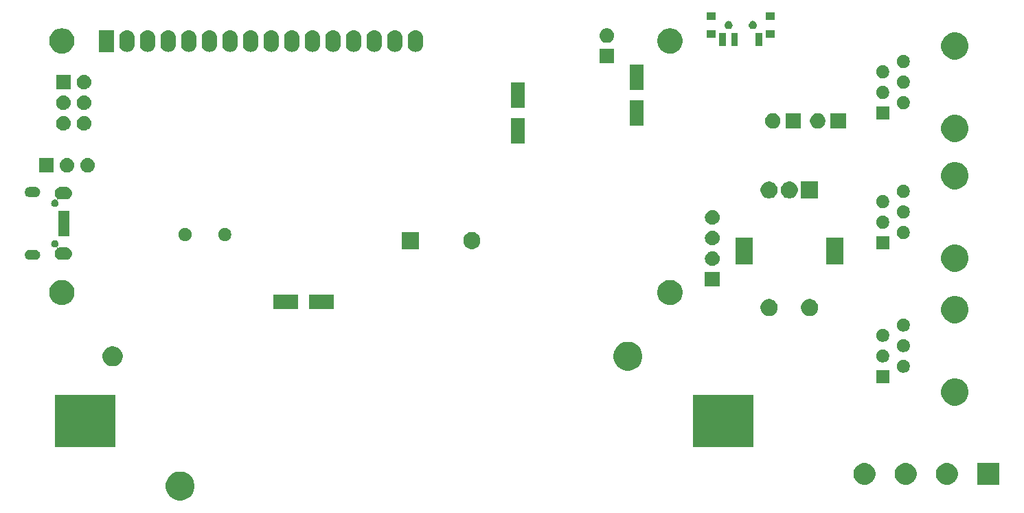
<source format=gbr>
G04 #@! TF.GenerationSoftware,KiCad,Pcbnew,(5.0.1)-3*
G04 #@! TF.CreationDate,2019-05-30T14:31:15+02:00*
G04 #@! TF.ProjectId,SudTempControl,53756454656D70436F6E74726F6C2E6B,rev?*
G04 #@! TF.SameCoordinates,Original*
G04 #@! TF.FileFunction,Soldermask,Top*
G04 #@! TF.FilePolarity,Negative*
%FSLAX46Y46*%
G04 Gerber Fmt 4.6, Leading zero omitted, Abs format (unit mm)*
G04 Created by KiCad (PCBNEW (5.0.1)-3) date 30.05.2019 14:31:15*
%MOMM*%
%LPD*%
G01*
G04 APERTURE LIST*
%ADD10C,0.100000*%
G04 APERTURE END LIST*
D10*
G36*
X128918037Y-127792250D02*
X128918039Y-127792251D01*
X128918040Y-127792251D01*
X129241251Y-127926129D01*
X129241252Y-127926130D01*
X129532137Y-128120493D01*
X129779507Y-128367863D01*
X129779509Y-128367866D01*
X129973871Y-128658749D01*
X130057735Y-128861215D01*
X130107750Y-128981963D01*
X130170829Y-129299082D01*
X130176000Y-129325079D01*
X130176000Y-129674921D01*
X130107749Y-130018040D01*
X129973871Y-130341251D01*
X129973870Y-130341252D01*
X129779507Y-130632137D01*
X129532137Y-130879507D01*
X129532134Y-130879509D01*
X129241251Y-131073871D01*
X128918040Y-131207749D01*
X128918039Y-131207749D01*
X128918037Y-131207750D01*
X128574922Y-131276000D01*
X128225078Y-131276000D01*
X127881963Y-131207750D01*
X127881961Y-131207749D01*
X127881960Y-131207749D01*
X127558749Y-131073871D01*
X127267866Y-130879509D01*
X127267863Y-130879507D01*
X127020493Y-130632137D01*
X126826130Y-130341252D01*
X126826129Y-130341251D01*
X126692251Y-130018040D01*
X126624000Y-129674921D01*
X126624000Y-129325079D01*
X126629171Y-129299082D01*
X126692250Y-128981963D01*
X126742265Y-128861215D01*
X126826129Y-128658749D01*
X127020491Y-128367866D01*
X127020493Y-128367863D01*
X127267863Y-128120493D01*
X127558748Y-127926130D01*
X127558749Y-127926129D01*
X127881960Y-127792251D01*
X127881961Y-127792251D01*
X127881963Y-127792250D01*
X128225078Y-127724000D01*
X128574922Y-127724000D01*
X128918037Y-127792250D01*
X128918037Y-127792250D01*
G37*
G36*
X229351000Y-129351000D02*
X226649000Y-129351000D01*
X226649000Y-126649000D01*
X229351000Y-126649000D01*
X229351000Y-129351000D01*
X229351000Y-129351000D01*
G37*
G36*
X213023567Y-126674959D02*
X213154072Y-126700918D01*
X213399939Y-126802759D01*
X213620464Y-126950110D01*
X213621215Y-126950612D01*
X213809388Y-127138785D01*
X213809390Y-127138788D01*
X213957241Y-127360061D01*
X214059082Y-127605928D01*
X214111000Y-127866938D01*
X214111000Y-128133062D01*
X214059082Y-128394072D01*
X213957241Y-128639939D01*
X213809890Y-128860464D01*
X213809388Y-128861215D01*
X213621215Y-129049388D01*
X213621212Y-129049390D01*
X213399939Y-129197241D01*
X213154072Y-129299082D01*
X213023567Y-129325041D01*
X212893063Y-129351000D01*
X212626937Y-129351000D01*
X212496433Y-129325041D01*
X212365928Y-129299082D01*
X212120061Y-129197241D01*
X211898788Y-129049390D01*
X211898785Y-129049388D01*
X211710612Y-128861215D01*
X211710110Y-128860464D01*
X211562759Y-128639939D01*
X211460918Y-128394072D01*
X211409000Y-128133062D01*
X211409000Y-127866938D01*
X211460918Y-127605928D01*
X211562759Y-127360061D01*
X211710610Y-127138788D01*
X211710612Y-127138785D01*
X211898785Y-126950612D01*
X211899536Y-126950110D01*
X212120061Y-126802759D01*
X212365928Y-126700918D01*
X212496433Y-126674959D01*
X212626937Y-126649000D01*
X212893063Y-126649000D01*
X213023567Y-126674959D01*
X213023567Y-126674959D01*
G37*
G36*
X223183567Y-126674959D02*
X223314072Y-126700918D01*
X223559939Y-126802759D01*
X223780464Y-126950110D01*
X223781215Y-126950612D01*
X223969388Y-127138785D01*
X223969390Y-127138788D01*
X224117241Y-127360061D01*
X224219082Y-127605928D01*
X224271000Y-127866938D01*
X224271000Y-128133062D01*
X224219082Y-128394072D01*
X224117241Y-128639939D01*
X223969890Y-128860464D01*
X223969388Y-128861215D01*
X223781215Y-129049388D01*
X223781212Y-129049390D01*
X223559939Y-129197241D01*
X223314072Y-129299082D01*
X223183567Y-129325041D01*
X223053063Y-129351000D01*
X222786937Y-129351000D01*
X222656433Y-129325041D01*
X222525928Y-129299082D01*
X222280061Y-129197241D01*
X222058788Y-129049390D01*
X222058785Y-129049388D01*
X221870612Y-128861215D01*
X221870110Y-128860464D01*
X221722759Y-128639939D01*
X221620918Y-128394072D01*
X221569000Y-128133062D01*
X221569000Y-127866938D01*
X221620918Y-127605928D01*
X221722759Y-127360061D01*
X221870610Y-127138788D01*
X221870612Y-127138785D01*
X222058785Y-126950612D01*
X222059536Y-126950110D01*
X222280061Y-126802759D01*
X222525928Y-126700918D01*
X222656433Y-126674959D01*
X222786937Y-126649000D01*
X223053063Y-126649000D01*
X223183567Y-126674959D01*
X223183567Y-126674959D01*
G37*
G36*
X218103567Y-126674959D02*
X218234072Y-126700918D01*
X218479939Y-126802759D01*
X218700464Y-126950110D01*
X218701215Y-126950612D01*
X218889388Y-127138785D01*
X218889390Y-127138788D01*
X219037241Y-127360061D01*
X219139082Y-127605928D01*
X219191000Y-127866938D01*
X219191000Y-128133062D01*
X219139082Y-128394072D01*
X219037241Y-128639939D01*
X218889890Y-128860464D01*
X218889388Y-128861215D01*
X218701215Y-129049388D01*
X218701212Y-129049390D01*
X218479939Y-129197241D01*
X218234072Y-129299082D01*
X218103567Y-129325041D01*
X217973063Y-129351000D01*
X217706937Y-129351000D01*
X217576433Y-129325041D01*
X217445928Y-129299082D01*
X217200061Y-129197241D01*
X216978788Y-129049390D01*
X216978785Y-129049388D01*
X216790612Y-128861215D01*
X216790110Y-128860464D01*
X216642759Y-128639939D01*
X216540918Y-128394072D01*
X216489000Y-128133062D01*
X216489000Y-127866938D01*
X216540918Y-127605928D01*
X216642759Y-127360061D01*
X216790610Y-127138788D01*
X216790612Y-127138785D01*
X216978785Y-126950612D01*
X216979536Y-126950110D01*
X217200061Y-126802759D01*
X217445928Y-126700918D01*
X217576433Y-126674959D01*
X217706937Y-126649000D01*
X217973063Y-126649000D01*
X218103567Y-126674959D01*
X218103567Y-126674959D01*
G37*
G36*
X120391000Y-124726000D02*
X112949000Y-124726000D01*
X112949000Y-118274000D01*
X120391000Y-118274000D01*
X120391000Y-124726000D01*
X120391000Y-124726000D01*
G37*
G36*
X199051000Y-124726000D02*
X191609000Y-124726000D01*
X191609000Y-118274000D01*
X199051000Y-118274000D01*
X199051000Y-124726000D01*
X199051000Y-124726000D01*
G37*
G36*
X224378871Y-116298408D02*
X224683883Y-116424748D01*
X224956538Y-116606930D01*
X224958390Y-116608168D01*
X225191832Y-116841610D01*
X225191834Y-116841613D01*
X225375252Y-117116117D01*
X225501592Y-117421129D01*
X225566000Y-117744928D01*
X225566000Y-118075072D01*
X225501592Y-118398871D01*
X225375252Y-118703883D01*
X225193070Y-118976538D01*
X225191832Y-118978390D01*
X224958390Y-119211832D01*
X224958387Y-119211834D01*
X224683883Y-119395252D01*
X224378871Y-119521592D01*
X224055072Y-119586000D01*
X223724928Y-119586000D01*
X223401129Y-119521592D01*
X223096117Y-119395252D01*
X222821613Y-119211834D01*
X222821610Y-119211832D01*
X222588168Y-118978390D01*
X222586930Y-118976538D01*
X222404748Y-118703883D01*
X222278408Y-118398871D01*
X222214000Y-118075072D01*
X222214000Y-117744928D01*
X222278408Y-117421129D01*
X222404748Y-117116117D01*
X222588166Y-116841613D01*
X222588168Y-116841610D01*
X222821610Y-116608168D01*
X222823462Y-116606930D01*
X223096117Y-116424748D01*
X223401129Y-116298408D01*
X223724928Y-116234000D01*
X224055072Y-116234000D01*
X224378871Y-116298408D01*
X224378871Y-116298408D01*
G37*
G36*
X215811000Y-116811000D02*
X214189000Y-116811000D01*
X214189000Y-115189000D01*
X215811000Y-115189000D01*
X215811000Y-116811000D01*
X215811000Y-116811000D01*
G37*
G36*
X217776560Y-113950166D02*
X217924153Y-114011301D01*
X218055213Y-114098873D01*
X218056985Y-114100057D01*
X218169943Y-114213015D01*
X218169945Y-114213018D01*
X218255629Y-114341252D01*
X218258700Y-114345849D01*
X218319834Y-114493440D01*
X218351000Y-114650122D01*
X218351000Y-114809878D01*
X218319834Y-114966560D01*
X218258699Y-115114153D01*
X218196160Y-115207749D01*
X218169943Y-115246985D01*
X218056985Y-115359943D01*
X218056982Y-115359945D01*
X217924153Y-115448699D01*
X217924152Y-115448700D01*
X217924151Y-115448700D01*
X217776560Y-115509834D01*
X217619878Y-115541000D01*
X217460122Y-115541000D01*
X217303440Y-115509834D01*
X217155849Y-115448700D01*
X217155848Y-115448700D01*
X217155847Y-115448699D01*
X217023018Y-115359945D01*
X217023015Y-115359943D01*
X216910057Y-115246985D01*
X216883840Y-115207749D01*
X216821301Y-115114153D01*
X216760166Y-114966560D01*
X216729000Y-114809878D01*
X216729000Y-114650122D01*
X216760166Y-114493440D01*
X216821300Y-114345849D01*
X216824372Y-114341252D01*
X216910055Y-114213018D01*
X216910057Y-114213015D01*
X217023015Y-114100057D01*
X217024787Y-114098873D01*
X217155847Y-114011301D01*
X217303440Y-113950166D01*
X217460122Y-113919000D01*
X217619878Y-113919000D01*
X217776560Y-113950166D01*
X217776560Y-113950166D01*
G37*
G36*
X184118037Y-111792250D02*
X184118039Y-111792251D01*
X184118040Y-111792251D01*
X184441251Y-111926129D01*
X184716616Y-112110122D01*
X184732137Y-112120493D01*
X184979507Y-112367863D01*
X184979509Y-112367866D01*
X185173871Y-112658749D01*
X185302726Y-112969834D01*
X185307750Y-112981963D01*
X185376000Y-113325078D01*
X185376000Y-113674922D01*
X185309090Y-114011301D01*
X185307749Y-114018040D01*
X185173871Y-114341251D01*
X185089294Y-114467829D01*
X184979507Y-114632137D01*
X184732137Y-114879507D01*
X184732134Y-114879509D01*
X184441251Y-115073871D01*
X184118040Y-115207749D01*
X184118039Y-115207749D01*
X184118037Y-115207750D01*
X183774922Y-115276000D01*
X183425078Y-115276000D01*
X183081963Y-115207750D01*
X183081961Y-115207749D01*
X183081960Y-115207749D01*
X182758749Y-115073871D01*
X182467866Y-114879509D01*
X182467863Y-114879507D01*
X182220493Y-114632137D01*
X182110706Y-114467829D01*
X182026129Y-114341251D01*
X181892251Y-114018040D01*
X181890911Y-114011301D01*
X181824000Y-113674922D01*
X181824000Y-113325078D01*
X181892250Y-112981963D01*
X181897274Y-112969834D01*
X182026129Y-112658749D01*
X182220491Y-112367866D01*
X182220493Y-112367863D01*
X182467863Y-112120493D01*
X182483384Y-112110122D01*
X182758749Y-111926129D01*
X183081960Y-111792251D01*
X183081961Y-111792251D01*
X183081963Y-111792250D01*
X183425078Y-111724000D01*
X183774922Y-111724000D01*
X184118037Y-111792250D01*
X184118037Y-111792250D01*
G37*
G36*
X120433443Y-112301882D02*
X120660203Y-112395809D01*
X120742167Y-112450576D01*
X120864279Y-112532168D01*
X121037832Y-112705721D01*
X121119424Y-112827833D01*
X121174191Y-112909797D01*
X121268118Y-113136557D01*
X121316000Y-113377278D01*
X121316000Y-113622722D01*
X121268118Y-113863443D01*
X121174191Y-114090203D01*
X121119424Y-114172167D01*
X121037832Y-114294279D01*
X120864279Y-114467832D01*
X120742167Y-114549424D01*
X120660203Y-114604191D01*
X120433443Y-114698118D01*
X120192722Y-114746000D01*
X119947278Y-114746000D01*
X119706557Y-114698118D01*
X119479797Y-114604191D01*
X119397833Y-114549424D01*
X119275721Y-114467832D01*
X119102168Y-114294279D01*
X119020576Y-114172167D01*
X118965809Y-114090203D01*
X118871882Y-113863443D01*
X118824000Y-113622722D01*
X118824000Y-113377278D01*
X118871882Y-113136557D01*
X118965809Y-112909797D01*
X119020576Y-112827833D01*
X119102168Y-112705721D01*
X119275721Y-112532168D01*
X119397833Y-112450576D01*
X119479797Y-112395809D01*
X119706557Y-112301882D01*
X119947278Y-112254000D01*
X120192722Y-112254000D01*
X120433443Y-112301882D01*
X120433443Y-112301882D01*
G37*
G36*
X215236560Y-112680166D02*
X215384153Y-112741301D01*
X215501848Y-112819943D01*
X215516985Y-112830057D01*
X215629943Y-112943015D01*
X215629945Y-112943018D01*
X215668688Y-113001000D01*
X215718700Y-113075849D01*
X215779834Y-113223440D01*
X215810435Y-113377280D01*
X215811000Y-113380123D01*
X215811000Y-113539877D01*
X215779834Y-113696560D01*
X215718699Y-113844153D01*
X215647863Y-113950166D01*
X215629943Y-113976985D01*
X215516985Y-114089943D01*
X215516982Y-114089945D01*
X215384153Y-114178699D01*
X215384152Y-114178700D01*
X215384151Y-114178700D01*
X215236560Y-114239834D01*
X215079878Y-114271000D01*
X214920122Y-114271000D01*
X214763440Y-114239834D01*
X214615849Y-114178700D01*
X214615848Y-114178700D01*
X214615847Y-114178699D01*
X214483018Y-114089945D01*
X214483015Y-114089943D01*
X214370057Y-113976985D01*
X214352137Y-113950166D01*
X214281301Y-113844153D01*
X214220166Y-113696560D01*
X214189000Y-113539877D01*
X214189000Y-113380123D01*
X214189566Y-113377280D01*
X214220166Y-113223440D01*
X214281300Y-113075849D01*
X214331313Y-113001000D01*
X214370055Y-112943018D01*
X214370057Y-112943015D01*
X214483015Y-112830057D01*
X214498152Y-112819943D01*
X214615847Y-112741301D01*
X214763440Y-112680166D01*
X214920122Y-112649000D01*
X215079878Y-112649000D01*
X215236560Y-112680166D01*
X215236560Y-112680166D01*
G37*
G36*
X217776560Y-111410166D02*
X217924153Y-111471301D01*
X218041848Y-111549943D01*
X218056985Y-111560057D01*
X218169943Y-111673015D01*
X218169945Y-111673018D01*
X218249614Y-111792250D01*
X218258700Y-111805849D01*
X218319834Y-111953440D01*
X218351000Y-112110122D01*
X218351000Y-112269878D01*
X218331509Y-112367866D01*
X218319834Y-112426560D01*
X218258699Y-112574153D01*
X218202174Y-112658748D01*
X218169943Y-112706985D01*
X218056985Y-112819943D01*
X218056982Y-112819945D01*
X217924153Y-112908699D01*
X217924152Y-112908700D01*
X217924151Y-112908700D01*
X217776560Y-112969834D01*
X217619878Y-113001000D01*
X217460122Y-113001000D01*
X217303440Y-112969834D01*
X217155849Y-112908700D01*
X217155848Y-112908700D01*
X217155847Y-112908699D01*
X217023018Y-112819945D01*
X217023015Y-112819943D01*
X216910057Y-112706985D01*
X216877826Y-112658748D01*
X216821301Y-112574153D01*
X216760166Y-112426560D01*
X216748491Y-112367866D01*
X216729000Y-112269878D01*
X216729000Y-112110122D01*
X216760166Y-111953440D01*
X216821300Y-111805849D01*
X216830387Y-111792250D01*
X216910055Y-111673018D01*
X216910057Y-111673015D01*
X217023015Y-111560057D01*
X217038152Y-111549943D01*
X217155847Y-111471301D01*
X217303440Y-111410166D01*
X217460122Y-111379000D01*
X217619878Y-111379000D01*
X217776560Y-111410166D01*
X217776560Y-111410166D01*
G37*
G36*
X215236560Y-110140166D02*
X215384153Y-110201301D01*
X215501848Y-110279943D01*
X215516985Y-110290057D01*
X215629943Y-110403015D01*
X215629945Y-110403018D01*
X215718699Y-110535847D01*
X215779834Y-110683440D01*
X215811000Y-110840123D01*
X215811000Y-110999877D01*
X215779834Y-111156560D01*
X215718699Y-111304153D01*
X215647863Y-111410166D01*
X215629943Y-111436985D01*
X215516985Y-111549943D01*
X215516982Y-111549945D01*
X215384153Y-111638699D01*
X215384152Y-111638700D01*
X215384151Y-111638700D01*
X215236560Y-111699834D01*
X215079878Y-111731000D01*
X214920122Y-111731000D01*
X214763440Y-111699834D01*
X214615849Y-111638700D01*
X214615848Y-111638700D01*
X214615847Y-111638699D01*
X214483018Y-111549945D01*
X214483015Y-111549943D01*
X214370057Y-111436985D01*
X214352137Y-111410166D01*
X214281301Y-111304153D01*
X214220166Y-111156560D01*
X214189000Y-110999877D01*
X214189000Y-110840123D01*
X214220166Y-110683440D01*
X214281301Y-110535847D01*
X214370055Y-110403018D01*
X214370057Y-110403015D01*
X214483015Y-110290057D01*
X214498152Y-110279943D01*
X214615847Y-110201301D01*
X214763440Y-110140166D01*
X214920122Y-110109000D01*
X215079878Y-110109000D01*
X215236560Y-110140166D01*
X215236560Y-110140166D01*
G37*
G36*
X217776560Y-108870166D02*
X217924153Y-108931301D01*
X218055213Y-109018873D01*
X218056985Y-109020057D01*
X218169943Y-109133015D01*
X218169945Y-109133018D01*
X218258699Y-109265847D01*
X218319834Y-109413440D01*
X218351000Y-109570123D01*
X218351000Y-109729877D01*
X218319834Y-109886560D01*
X218258699Y-110034153D01*
X218187863Y-110140166D01*
X218169943Y-110166985D01*
X218056985Y-110279943D01*
X218056982Y-110279945D01*
X217924153Y-110368699D01*
X217924152Y-110368700D01*
X217924151Y-110368700D01*
X217776560Y-110429834D01*
X217619878Y-110461000D01*
X217460122Y-110461000D01*
X217303440Y-110429834D01*
X217155849Y-110368700D01*
X217155848Y-110368700D01*
X217155847Y-110368699D01*
X217023018Y-110279945D01*
X217023015Y-110279943D01*
X216910057Y-110166985D01*
X216892137Y-110140166D01*
X216821301Y-110034153D01*
X216760166Y-109886560D01*
X216729000Y-109729877D01*
X216729000Y-109570123D01*
X216760166Y-109413440D01*
X216821301Y-109265847D01*
X216910055Y-109133018D01*
X216910057Y-109133015D01*
X217023015Y-109020057D01*
X217024787Y-109018873D01*
X217155847Y-108931301D01*
X217303440Y-108870166D01*
X217460122Y-108839000D01*
X217619878Y-108839000D01*
X217776560Y-108870166D01*
X217776560Y-108870166D01*
G37*
G36*
X224378871Y-106138408D02*
X224683883Y-106264748D01*
X224956538Y-106446930D01*
X224958390Y-106448168D01*
X225191832Y-106681610D01*
X225191834Y-106681613D01*
X225375252Y-106956117D01*
X225501592Y-107261129D01*
X225566000Y-107584928D01*
X225566000Y-107915072D01*
X225501592Y-108238871D01*
X225375252Y-108543883D01*
X225193070Y-108816538D01*
X225191832Y-108818390D01*
X224958390Y-109051832D01*
X224958387Y-109051834D01*
X224683883Y-109235252D01*
X224378871Y-109361592D01*
X224055072Y-109426000D01*
X223724928Y-109426000D01*
X223401129Y-109361592D01*
X223096117Y-109235252D01*
X222821613Y-109051834D01*
X222821610Y-109051832D01*
X222588168Y-108818390D01*
X222586930Y-108816538D01*
X222404748Y-108543883D01*
X222278408Y-108238871D01*
X222214000Y-107915072D01*
X222214000Y-107584928D01*
X222278408Y-107261129D01*
X222404748Y-106956117D01*
X222588166Y-106681613D01*
X222588168Y-106681610D01*
X222821610Y-106448168D01*
X222823462Y-106446930D01*
X223096117Y-106264748D01*
X223401129Y-106138408D01*
X223724928Y-106074000D01*
X224055072Y-106074000D01*
X224378871Y-106138408D01*
X224378871Y-106138408D01*
G37*
G36*
X206306565Y-106489389D02*
X206497834Y-106568615D01*
X206669976Y-106683637D01*
X206816363Y-106830024D01*
X206931385Y-107002166D01*
X207010611Y-107193435D01*
X207051000Y-107396484D01*
X207051000Y-107603516D01*
X207010611Y-107806565D01*
X206931385Y-107997834D01*
X206816363Y-108169976D01*
X206669976Y-108316363D01*
X206497834Y-108431385D01*
X206306565Y-108510611D01*
X206103516Y-108551000D01*
X205896484Y-108551000D01*
X205693435Y-108510611D01*
X205502166Y-108431385D01*
X205330024Y-108316363D01*
X205183637Y-108169976D01*
X205068615Y-107997834D01*
X204989389Y-107806565D01*
X204949000Y-107603516D01*
X204949000Y-107396484D01*
X204989389Y-107193435D01*
X205068615Y-107002166D01*
X205183637Y-106830024D01*
X205330024Y-106683637D01*
X205502166Y-106568615D01*
X205693435Y-106489389D01*
X205896484Y-106449000D01*
X206103516Y-106449000D01*
X206306565Y-106489389D01*
X206306565Y-106489389D01*
G37*
G36*
X201306565Y-106489389D02*
X201497834Y-106568615D01*
X201669976Y-106683637D01*
X201816363Y-106830024D01*
X201931385Y-107002166D01*
X202010611Y-107193435D01*
X202051000Y-107396484D01*
X202051000Y-107603516D01*
X202010611Y-107806565D01*
X201931385Y-107997834D01*
X201816363Y-108169976D01*
X201669976Y-108316363D01*
X201497834Y-108431385D01*
X201306565Y-108510611D01*
X201103516Y-108551000D01*
X200896484Y-108551000D01*
X200693435Y-108510611D01*
X200502166Y-108431385D01*
X200330024Y-108316363D01*
X200183637Y-108169976D01*
X200068615Y-107997834D01*
X199989389Y-107806565D01*
X199949000Y-107603516D01*
X199949000Y-107396484D01*
X199989389Y-107193435D01*
X200068615Y-107002166D01*
X200183637Y-106830024D01*
X200330024Y-106683637D01*
X200502166Y-106568615D01*
X200693435Y-106489389D01*
X200896484Y-106449000D01*
X201103516Y-106449000D01*
X201306565Y-106489389D01*
X201306565Y-106489389D01*
G37*
G36*
X147351000Y-107651000D02*
X144249000Y-107651000D01*
X144249000Y-105949000D01*
X147351000Y-105949000D01*
X147351000Y-107651000D01*
X147351000Y-107651000D01*
G37*
G36*
X142951000Y-107651000D02*
X139849000Y-107651000D01*
X139849000Y-105949000D01*
X142951000Y-105949000D01*
X142951000Y-107651000D01*
X142951000Y-107651000D01*
G37*
G36*
X189153008Y-104130037D02*
X189252891Y-104149905D01*
X189535155Y-104266822D01*
X189789186Y-104436560D01*
X190005222Y-104652596D01*
X190174960Y-104906627D01*
X190291877Y-105188891D01*
X190351481Y-105488541D01*
X190351481Y-105794061D01*
X190291877Y-106093711D01*
X190174960Y-106375975D01*
X190005222Y-106630006D01*
X189789186Y-106846042D01*
X189535155Y-107015780D01*
X189252891Y-107132697D01*
X189153008Y-107152565D01*
X188953243Y-107192301D01*
X188647719Y-107192301D01*
X188447954Y-107152565D01*
X188348071Y-107132697D01*
X188065807Y-107015780D01*
X187811776Y-106846042D01*
X187595740Y-106630006D01*
X187426002Y-106375975D01*
X187309085Y-106093711D01*
X187249481Y-105794061D01*
X187249481Y-105488541D01*
X187309085Y-105188891D01*
X187426002Y-104906627D01*
X187595740Y-104652596D01*
X187811776Y-104436560D01*
X188065807Y-104266822D01*
X188348071Y-104149905D01*
X188447954Y-104130037D01*
X188647719Y-104090301D01*
X188953243Y-104090301D01*
X189153008Y-104130037D01*
X189153008Y-104130037D01*
G37*
G36*
X114154428Y-104130037D02*
X114254311Y-104149905D01*
X114536575Y-104266822D01*
X114790606Y-104436560D01*
X115006642Y-104652596D01*
X115176380Y-104906627D01*
X115293297Y-105188891D01*
X115352901Y-105488541D01*
X115352901Y-105794061D01*
X115293297Y-106093711D01*
X115176380Y-106375975D01*
X115006642Y-106630006D01*
X114790606Y-106846042D01*
X114536575Y-107015780D01*
X114254311Y-107132697D01*
X114154428Y-107152565D01*
X113954663Y-107192301D01*
X113649139Y-107192301D01*
X113449374Y-107152565D01*
X113349491Y-107132697D01*
X113067227Y-107015780D01*
X112813196Y-106846042D01*
X112597160Y-106630006D01*
X112427422Y-106375975D01*
X112310505Y-106093711D01*
X112250901Y-105794061D01*
X112250901Y-105488541D01*
X112310505Y-105188891D01*
X112427422Y-104906627D01*
X112597160Y-104652596D01*
X112813196Y-104436560D01*
X113067227Y-104266822D01*
X113349491Y-104149905D01*
X113449374Y-104130037D01*
X113649139Y-104090301D01*
X113954663Y-104090301D01*
X114154428Y-104130037D01*
X114154428Y-104130037D01*
G37*
G36*
X194901000Y-104901000D02*
X193099000Y-104901000D01*
X193099000Y-103099000D01*
X194901000Y-103099000D01*
X194901000Y-104901000D01*
X194901000Y-104901000D01*
G37*
G36*
X224378871Y-99798408D02*
X224683883Y-99924748D01*
X224875008Y-100052454D01*
X224958390Y-100108168D01*
X225191832Y-100341610D01*
X225191834Y-100341613D01*
X225375252Y-100616117D01*
X225501592Y-100921129D01*
X225566000Y-101244928D01*
X225566000Y-101575072D01*
X225501592Y-101898871D01*
X225375252Y-102203883D01*
X225193070Y-102476538D01*
X225191832Y-102478390D01*
X224958390Y-102711832D01*
X224958387Y-102711834D01*
X224683883Y-102895252D01*
X224378871Y-103021592D01*
X224055072Y-103086000D01*
X223724928Y-103086000D01*
X223401129Y-103021592D01*
X223096117Y-102895252D01*
X222821613Y-102711834D01*
X222821610Y-102711832D01*
X222588168Y-102478390D01*
X222586930Y-102476538D01*
X222404748Y-102203883D01*
X222278408Y-101898871D01*
X222214000Y-101575072D01*
X222214000Y-101244928D01*
X222278408Y-100921129D01*
X222404748Y-100616117D01*
X222588166Y-100341613D01*
X222588168Y-100341610D01*
X222821610Y-100108168D01*
X222904992Y-100052454D01*
X223096117Y-99924748D01*
X223401129Y-99798408D01*
X223724928Y-99734000D01*
X224055072Y-99734000D01*
X224378871Y-99798408D01*
X224378871Y-99798408D01*
G37*
G36*
X194110443Y-100565519D02*
X194176627Y-100572037D01*
X194289853Y-100606384D01*
X194346467Y-100623557D01*
X194485087Y-100697652D01*
X194502991Y-100707222D01*
X194538729Y-100736552D01*
X194640186Y-100819814D01*
X194687351Y-100877286D01*
X194752778Y-100957009D01*
X194752779Y-100957011D01*
X194836443Y-101113533D01*
X194836443Y-101113534D01*
X194887963Y-101283373D01*
X194905359Y-101460000D01*
X194887963Y-101636627D01*
X194853616Y-101749853D01*
X194836443Y-101806467D01*
X194787051Y-101898871D01*
X194752778Y-101962991D01*
X194723448Y-101998729D01*
X194640186Y-102100186D01*
X194538729Y-102183448D01*
X194502991Y-102212778D01*
X194502989Y-102212779D01*
X194346467Y-102296443D01*
X194289853Y-102313616D01*
X194176627Y-102347963D01*
X194110442Y-102354482D01*
X194044260Y-102361000D01*
X193955740Y-102361000D01*
X193889557Y-102354481D01*
X193823373Y-102347963D01*
X193710147Y-102313616D01*
X193653533Y-102296443D01*
X193497011Y-102212779D01*
X193497009Y-102212778D01*
X193461271Y-102183448D01*
X193359814Y-102100186D01*
X193276552Y-101998729D01*
X193247222Y-101962991D01*
X193212949Y-101898871D01*
X193163557Y-101806467D01*
X193146384Y-101749853D01*
X193112037Y-101636627D01*
X193094641Y-101460000D01*
X193112037Y-101283373D01*
X193163557Y-101113534D01*
X193163557Y-101113533D01*
X193247221Y-100957011D01*
X193247222Y-100957009D01*
X193312649Y-100877286D01*
X193359814Y-100819814D01*
X193461271Y-100736552D01*
X193497009Y-100707222D01*
X193514913Y-100697652D01*
X193653533Y-100623557D01*
X193710147Y-100606384D01*
X193823373Y-100572037D01*
X193889557Y-100565519D01*
X193955740Y-100559000D01*
X194044260Y-100559000D01*
X194110443Y-100565519D01*
X194110443Y-100565519D01*
G37*
G36*
X198951000Y-102151000D02*
X196849000Y-102151000D01*
X196849000Y-98849000D01*
X198951000Y-98849000D01*
X198951000Y-102151000D01*
X198951000Y-102151000D01*
G37*
G36*
X210151000Y-102151000D02*
X208049000Y-102151000D01*
X208049000Y-98849000D01*
X210151000Y-98849000D01*
X210151000Y-102151000D01*
X210151000Y-102151000D01*
G37*
G36*
X110647714Y-100383058D02*
X110647717Y-100383059D01*
X110765719Y-100418854D01*
X110765721Y-100418855D01*
X110874471Y-100476983D01*
X110969790Y-100555210D01*
X111048017Y-100650529D01*
X111073327Y-100697881D01*
X111106146Y-100759281D01*
X111133665Y-100850000D01*
X111141942Y-100877286D01*
X111154028Y-101000000D01*
X111141942Y-101122714D01*
X111106145Y-101240721D01*
X111048017Y-101349471D01*
X110969790Y-101444790D01*
X110874471Y-101523017D01*
X110874469Y-101523018D01*
X110765719Y-101581146D01*
X110669683Y-101610278D01*
X110647714Y-101616942D01*
X110555747Y-101626000D01*
X109844253Y-101626000D01*
X109752286Y-101616942D01*
X109730317Y-101610278D01*
X109634281Y-101581146D01*
X109525531Y-101523018D01*
X109525529Y-101523017D01*
X109430210Y-101444790D01*
X109351983Y-101349471D01*
X109293855Y-101240721D01*
X109258058Y-101122714D01*
X109245972Y-101000000D01*
X109258058Y-100877286D01*
X109266335Y-100850000D01*
X109293854Y-100759281D01*
X109326673Y-100697881D01*
X109351983Y-100650529D01*
X109430210Y-100555210D01*
X109525529Y-100476983D01*
X109634279Y-100418855D01*
X109634281Y-100418854D01*
X109752283Y-100383059D01*
X109752286Y-100383058D01*
X109844253Y-100374000D01*
X110555747Y-100374000D01*
X110647714Y-100383058D01*
X110647714Y-100383058D01*
G37*
G36*
X113038413Y-99180525D02*
X113113456Y-99203290D01*
X113123425Y-99206314D01*
X113201774Y-99248193D01*
X113270448Y-99304552D01*
X113326807Y-99373226D01*
X113368686Y-99451575D01*
X113368687Y-99451579D01*
X113394475Y-99536587D01*
X113403182Y-99625000D01*
X113394475Y-99713413D01*
X113381421Y-99756443D01*
X113368686Y-99798425D01*
X113356619Y-99821000D01*
X113326807Y-99876775D01*
X113301496Y-99907615D01*
X113277850Y-99936429D01*
X113264239Y-99956798D01*
X113254862Y-99979437D01*
X113250081Y-100003471D01*
X113250081Y-100027975D01*
X113254861Y-100052008D01*
X113264238Y-100074648D01*
X113277852Y-100095022D01*
X113295179Y-100112350D01*
X113315553Y-100125964D01*
X113338192Y-100135341D01*
X113362226Y-100140122D01*
X113386730Y-100140122D01*
X113410763Y-100135342D01*
X113419212Y-100131843D01*
X113426599Y-100129602D01*
X113426601Y-100129601D01*
X113572878Y-100085229D01*
X113572881Y-100085228D01*
X113686882Y-100074000D01*
X114313118Y-100074000D01*
X114427119Y-100085228D01*
X114427122Y-100085229D01*
X114573399Y-100129601D01*
X114573401Y-100129602D01*
X114708210Y-100201659D01*
X114826369Y-100298631D01*
X114923341Y-100416790D01*
X114923342Y-100416792D01*
X114995399Y-100551601D01*
X114997643Y-100559000D01*
X115039772Y-100697881D01*
X115054754Y-100850000D01*
X115039772Y-101002119D01*
X114995398Y-101148401D01*
X114923341Y-101283210D01*
X114826369Y-101401369D01*
X114708210Y-101498341D01*
X114662043Y-101523018D01*
X114573399Y-101570399D01*
X114454352Y-101606511D01*
X114427119Y-101614772D01*
X114313118Y-101626000D01*
X113686882Y-101626000D01*
X113572881Y-101614772D01*
X113545648Y-101606511D01*
X113426601Y-101570399D01*
X113337957Y-101523018D01*
X113291790Y-101498341D01*
X113173631Y-101401369D01*
X113076659Y-101283210D01*
X113004602Y-101148401D01*
X112960228Y-101002119D01*
X112945246Y-100850000D01*
X112960228Y-100697881D01*
X113002357Y-100559000D01*
X113004601Y-100551601D01*
X113076658Y-100416792D01*
X113076659Y-100416790D01*
X113173632Y-100298630D01*
X113210105Y-100268696D01*
X113227432Y-100251369D01*
X113241046Y-100230994D01*
X113250423Y-100208355D01*
X113255203Y-100184322D01*
X113255203Y-100159817D01*
X113250422Y-100135784D01*
X113241044Y-100113145D01*
X113227430Y-100092771D01*
X113210103Y-100075444D01*
X113189728Y-100061830D01*
X113167089Y-100052453D01*
X113143056Y-100047673D01*
X113118551Y-100047673D01*
X113094524Y-100052453D01*
X113073489Y-100058833D01*
X113038411Y-100069475D01*
X112972158Y-100076000D01*
X112927842Y-100076000D01*
X112861587Y-100069475D01*
X112786544Y-100046710D01*
X112776575Y-100043686D01*
X112698226Y-100001807D01*
X112629552Y-99945448D01*
X112573193Y-99876774D01*
X112531314Y-99798425D01*
X112518579Y-99756443D01*
X112505525Y-99713413D01*
X112496818Y-99625000D01*
X112505525Y-99536587D01*
X112531313Y-99451579D01*
X112531314Y-99451575D01*
X112573193Y-99373226D01*
X112629552Y-99304552D01*
X112698226Y-99248193D01*
X112776575Y-99206314D01*
X112786544Y-99203290D01*
X112861587Y-99180525D01*
X112927842Y-99174000D01*
X112972158Y-99174000D01*
X113038413Y-99180525D01*
X113038413Y-99180525D01*
G37*
G36*
X215811000Y-100311000D02*
X214189000Y-100311000D01*
X214189000Y-98689000D01*
X215811000Y-98689000D01*
X215811000Y-100311000D01*
X215811000Y-100311000D01*
G37*
G36*
X164656565Y-98239389D02*
X164847834Y-98318615D01*
X165019976Y-98433637D01*
X165166363Y-98580024D01*
X165281385Y-98752166D01*
X165360611Y-98943435D01*
X165401000Y-99146484D01*
X165401000Y-99353516D01*
X165360611Y-99556565D01*
X165281385Y-99747834D01*
X165166363Y-99919976D01*
X165019976Y-100066363D01*
X164847834Y-100181385D01*
X164656565Y-100260611D01*
X164453516Y-100301000D01*
X164246484Y-100301000D01*
X164043435Y-100260611D01*
X163852166Y-100181385D01*
X163680024Y-100066363D01*
X163533637Y-99919976D01*
X163418615Y-99747834D01*
X163339389Y-99556565D01*
X163299000Y-99353516D01*
X163299000Y-99146484D01*
X163339389Y-98943435D01*
X163418615Y-98752166D01*
X163533637Y-98580024D01*
X163680024Y-98433637D01*
X163852166Y-98318615D01*
X164043435Y-98239389D01*
X164246484Y-98199000D01*
X164453516Y-98199000D01*
X164656565Y-98239389D01*
X164656565Y-98239389D01*
G37*
G36*
X157801000Y-100301000D02*
X155699000Y-100301000D01*
X155699000Y-98199000D01*
X157801000Y-98199000D01*
X157801000Y-100301000D01*
X157801000Y-100301000D01*
G37*
G36*
X194110443Y-98025519D02*
X194176627Y-98032037D01*
X194289853Y-98066384D01*
X194346467Y-98083557D01*
X194415740Y-98120585D01*
X194502991Y-98167222D01*
X194538729Y-98196552D01*
X194640186Y-98279814D01*
X194723448Y-98381271D01*
X194752778Y-98417009D01*
X194752779Y-98417011D01*
X194836443Y-98573533D01*
X194838069Y-98578893D01*
X194887963Y-98743373D01*
X194905359Y-98920000D01*
X194887963Y-99096627D01*
X194854690Y-99206313D01*
X194836443Y-99266467D01*
X194779379Y-99373225D01*
X194752778Y-99422991D01*
X194729316Y-99451579D01*
X194640186Y-99560186D01*
X194538729Y-99643448D01*
X194502991Y-99672778D01*
X194502989Y-99672779D01*
X194346467Y-99756443D01*
X194289853Y-99773616D01*
X194176627Y-99807963D01*
X194110442Y-99814482D01*
X194044260Y-99821000D01*
X193955740Y-99821000D01*
X193889558Y-99814482D01*
X193823373Y-99807963D01*
X193710147Y-99773616D01*
X193653533Y-99756443D01*
X193497011Y-99672779D01*
X193497009Y-99672778D01*
X193461271Y-99643448D01*
X193359814Y-99560186D01*
X193270684Y-99451579D01*
X193247222Y-99422991D01*
X193220621Y-99373225D01*
X193163557Y-99266467D01*
X193145310Y-99206313D01*
X193112037Y-99096627D01*
X193094641Y-98920000D01*
X193112037Y-98743373D01*
X193161931Y-98578893D01*
X193163557Y-98573533D01*
X193247221Y-98417011D01*
X193247222Y-98417009D01*
X193276552Y-98381271D01*
X193359814Y-98279814D01*
X193461271Y-98196552D01*
X193497009Y-98167222D01*
X193584260Y-98120585D01*
X193653533Y-98083557D01*
X193710147Y-98066384D01*
X193823373Y-98032037D01*
X193889557Y-98025519D01*
X193955740Y-98019000D01*
X194044260Y-98019000D01*
X194110443Y-98025519D01*
X194110443Y-98025519D01*
G37*
G36*
X129233643Y-97729781D02*
X129379415Y-97790162D01*
X129510611Y-97877824D01*
X129622176Y-97989389D01*
X129709838Y-98120585D01*
X129770219Y-98266357D01*
X129801000Y-98421107D01*
X129801000Y-98578893D01*
X129770219Y-98733643D01*
X129709838Y-98879415D01*
X129622176Y-99010611D01*
X129510611Y-99122176D01*
X129379415Y-99209838D01*
X129233643Y-99270219D01*
X129078893Y-99301000D01*
X128921107Y-99301000D01*
X128766357Y-99270219D01*
X128620585Y-99209838D01*
X128489389Y-99122176D01*
X128377824Y-99010611D01*
X128290162Y-98879415D01*
X128229781Y-98733643D01*
X128199000Y-98578893D01*
X128199000Y-98421107D01*
X128229781Y-98266357D01*
X128290162Y-98120585D01*
X128377824Y-97989389D01*
X128489389Y-97877824D01*
X128620585Y-97790162D01*
X128766357Y-97729781D01*
X128921107Y-97699000D01*
X129078893Y-97699000D01*
X129233643Y-97729781D01*
X129233643Y-97729781D01*
G37*
G36*
X134133643Y-97729781D02*
X134279415Y-97790162D01*
X134410611Y-97877824D01*
X134522176Y-97989389D01*
X134609838Y-98120585D01*
X134670219Y-98266357D01*
X134701000Y-98421107D01*
X134701000Y-98578893D01*
X134670219Y-98733643D01*
X134609838Y-98879415D01*
X134522176Y-99010611D01*
X134410611Y-99122176D01*
X134279415Y-99209838D01*
X134133643Y-99270219D01*
X133978893Y-99301000D01*
X133821107Y-99301000D01*
X133666357Y-99270219D01*
X133520585Y-99209838D01*
X133389389Y-99122176D01*
X133277824Y-99010611D01*
X133190162Y-98879415D01*
X133129781Y-98733643D01*
X133099000Y-98578893D01*
X133099000Y-98421107D01*
X133129781Y-98266357D01*
X133190162Y-98120585D01*
X133277824Y-97989389D01*
X133389389Y-97877824D01*
X133520585Y-97790162D01*
X133666357Y-97729781D01*
X133821107Y-97699000D01*
X133978893Y-97699000D01*
X134133643Y-97729781D01*
X134133643Y-97729781D01*
G37*
G36*
X217776560Y-97450166D02*
X217924153Y-97511301D01*
X218041848Y-97589943D01*
X218056985Y-97600057D01*
X218169943Y-97713015D01*
X218169945Y-97713018D01*
X218208688Y-97771000D01*
X218258700Y-97845849D01*
X218319834Y-97993440D01*
X218351000Y-98150122D01*
X218351000Y-98309878D01*
X218319834Y-98466560D01*
X218272835Y-98580027D01*
X218258699Y-98614153D01*
X218200669Y-98701000D01*
X218169943Y-98746985D01*
X218056985Y-98859943D01*
X218056982Y-98859945D01*
X217924153Y-98948699D01*
X217924152Y-98948700D01*
X217924151Y-98948700D01*
X217776560Y-99009834D01*
X217619878Y-99041000D01*
X217460122Y-99041000D01*
X217303440Y-99009834D01*
X217155849Y-98948700D01*
X217155848Y-98948700D01*
X217155847Y-98948699D01*
X217023018Y-98859945D01*
X217023015Y-98859943D01*
X216910057Y-98746985D01*
X216879331Y-98701000D01*
X216821301Y-98614153D01*
X216807166Y-98580027D01*
X216760166Y-98466560D01*
X216729000Y-98309878D01*
X216729000Y-98150122D01*
X216760166Y-97993440D01*
X216821300Y-97845849D01*
X216871313Y-97771000D01*
X216910055Y-97713018D01*
X216910057Y-97713015D01*
X217023015Y-97600057D01*
X217038152Y-97589943D01*
X217155847Y-97511301D01*
X217303440Y-97450166D01*
X217460122Y-97419000D01*
X217619878Y-97419000D01*
X217776560Y-97450166D01*
X217776560Y-97450166D01*
G37*
G36*
X114751000Y-98701000D02*
X113349000Y-98701000D01*
X113349000Y-95549000D01*
X114751000Y-95549000D01*
X114751000Y-98701000D01*
X114751000Y-98701000D01*
G37*
G36*
X215236560Y-96180166D02*
X215384153Y-96241301D01*
X215501848Y-96319943D01*
X215516985Y-96330057D01*
X215629943Y-96443015D01*
X215629945Y-96443018D01*
X215718699Y-96575847D01*
X215779834Y-96723440D01*
X215811000Y-96880123D01*
X215811000Y-97039877D01*
X215779834Y-97196560D01*
X215718699Y-97344153D01*
X215647863Y-97450166D01*
X215629943Y-97476985D01*
X215516985Y-97589943D01*
X215516982Y-97589945D01*
X215384153Y-97678699D01*
X215384152Y-97678700D01*
X215384151Y-97678700D01*
X215236560Y-97739834D01*
X215079878Y-97771000D01*
X214920122Y-97771000D01*
X214763440Y-97739834D01*
X214615849Y-97678700D01*
X214615848Y-97678700D01*
X214615847Y-97678699D01*
X214483018Y-97589945D01*
X214483015Y-97589943D01*
X214370057Y-97476985D01*
X214352137Y-97450166D01*
X214281301Y-97344153D01*
X214220166Y-97196560D01*
X214189000Y-97039877D01*
X214189000Y-96880123D01*
X214220166Y-96723440D01*
X214281301Y-96575847D01*
X214370055Y-96443018D01*
X214370057Y-96443015D01*
X214483015Y-96330057D01*
X214498152Y-96319943D01*
X214615847Y-96241301D01*
X214763440Y-96180166D01*
X214920122Y-96149000D01*
X215079878Y-96149000D01*
X215236560Y-96180166D01*
X215236560Y-96180166D01*
G37*
G36*
X194110443Y-95485519D02*
X194176627Y-95492037D01*
X194289853Y-95526384D01*
X194346467Y-95543557D01*
X194470999Y-95610122D01*
X194502991Y-95627222D01*
X194538729Y-95656552D01*
X194640186Y-95739814D01*
X194723448Y-95841271D01*
X194752778Y-95877009D01*
X194752779Y-95877011D01*
X194836443Y-96033533D01*
X194836443Y-96033534D01*
X194887963Y-96203373D01*
X194905359Y-96380000D01*
X194887963Y-96556627D01*
X194882132Y-96575849D01*
X194836443Y-96726467D01*
X194770947Y-96849000D01*
X194752778Y-96882991D01*
X194723448Y-96918729D01*
X194640186Y-97020186D01*
X194538729Y-97103448D01*
X194502991Y-97132778D01*
X194502989Y-97132779D01*
X194346467Y-97216443D01*
X194289853Y-97233616D01*
X194176627Y-97267963D01*
X194110443Y-97274481D01*
X194044260Y-97281000D01*
X193955740Y-97281000D01*
X193889557Y-97274481D01*
X193823373Y-97267963D01*
X193710147Y-97233616D01*
X193653533Y-97216443D01*
X193497011Y-97132779D01*
X193497009Y-97132778D01*
X193461271Y-97103448D01*
X193359814Y-97020186D01*
X193276552Y-96918729D01*
X193247222Y-96882991D01*
X193229053Y-96849000D01*
X193163557Y-96726467D01*
X193117868Y-96575849D01*
X193112037Y-96556627D01*
X193094641Y-96380000D01*
X193112037Y-96203373D01*
X193163557Y-96033534D01*
X193163557Y-96033533D01*
X193247221Y-95877011D01*
X193247222Y-95877009D01*
X193276552Y-95841271D01*
X193359814Y-95739814D01*
X193461271Y-95656552D01*
X193497009Y-95627222D01*
X193529001Y-95610122D01*
X193653533Y-95543557D01*
X193710147Y-95526384D01*
X193823373Y-95492037D01*
X193889557Y-95485519D01*
X193955740Y-95479000D01*
X194044260Y-95479000D01*
X194110443Y-95485519D01*
X194110443Y-95485519D01*
G37*
G36*
X217776560Y-94910166D02*
X217861739Y-94945448D01*
X217924153Y-94971301D01*
X217969808Y-95001807D01*
X218056985Y-95060057D01*
X218169943Y-95173015D01*
X218169945Y-95173018D01*
X218258699Y-95305847D01*
X218319834Y-95453440D01*
X218351000Y-95610123D01*
X218351000Y-95769877D01*
X218319834Y-95926560D01*
X218258699Y-96074153D01*
X218187863Y-96180166D01*
X218169943Y-96206985D01*
X218056985Y-96319943D01*
X218056982Y-96319945D01*
X217924153Y-96408699D01*
X217924152Y-96408700D01*
X217924151Y-96408700D01*
X217776560Y-96469834D01*
X217619878Y-96501000D01*
X217460122Y-96501000D01*
X217303440Y-96469834D01*
X217155849Y-96408700D01*
X217155848Y-96408700D01*
X217155847Y-96408699D01*
X217023018Y-96319945D01*
X217023015Y-96319943D01*
X216910057Y-96206985D01*
X216892137Y-96180166D01*
X216821301Y-96074153D01*
X216760166Y-95926560D01*
X216729000Y-95769877D01*
X216729000Y-95610123D01*
X216760166Y-95453440D01*
X216821301Y-95305847D01*
X216910055Y-95173018D01*
X216910057Y-95173015D01*
X217023015Y-95060057D01*
X217110192Y-95001807D01*
X217155847Y-94971301D01*
X217218262Y-94945448D01*
X217303440Y-94910166D01*
X217460122Y-94879000D01*
X217619878Y-94879000D01*
X217776560Y-94910166D01*
X217776560Y-94910166D01*
G37*
G36*
X215236560Y-93640166D02*
X215308521Y-93669973D01*
X215384153Y-93701301D01*
X215491483Y-93773017D01*
X215516985Y-93790057D01*
X215629943Y-93903015D01*
X215629945Y-93903018D01*
X215701837Y-94010611D01*
X215718700Y-94035849D01*
X215779834Y-94183440D01*
X215801669Y-94293210D01*
X215811000Y-94340123D01*
X215811000Y-94499877D01*
X215779834Y-94656560D01*
X215718699Y-94804153D01*
X215647863Y-94910166D01*
X215629943Y-94936985D01*
X215516985Y-95049943D01*
X215516982Y-95049945D01*
X215384153Y-95138699D01*
X215384152Y-95138700D01*
X215384151Y-95138700D01*
X215236560Y-95199834D01*
X215079878Y-95231000D01*
X214920122Y-95231000D01*
X214763440Y-95199834D01*
X214615849Y-95138700D01*
X214615848Y-95138700D01*
X214615847Y-95138699D01*
X214483018Y-95049945D01*
X214483015Y-95049943D01*
X214370057Y-94936985D01*
X214352137Y-94910166D01*
X214281301Y-94804153D01*
X214220166Y-94656560D01*
X214189000Y-94499877D01*
X214189000Y-94340123D01*
X214198332Y-94293210D01*
X214220166Y-94183440D01*
X214281300Y-94035849D01*
X214298164Y-94010611D01*
X214370055Y-93903018D01*
X214370057Y-93903015D01*
X214483015Y-93790057D01*
X214508517Y-93773017D01*
X214615847Y-93701301D01*
X214691480Y-93669973D01*
X214763440Y-93640166D01*
X214920122Y-93609000D01*
X215079878Y-93609000D01*
X215236560Y-93640166D01*
X215236560Y-93640166D01*
G37*
G36*
X114427119Y-92635228D02*
X114427122Y-92635229D01*
X114573399Y-92679601D01*
X114573401Y-92679602D01*
X114708210Y-92751659D01*
X114826369Y-92848631D01*
X114923341Y-92966790D01*
X114995398Y-93101599D01*
X115039772Y-93247881D01*
X115054754Y-93400000D01*
X115039772Y-93552119D01*
X115039771Y-93552122D01*
X114996494Y-93694790D01*
X114995398Y-93698401D01*
X114923341Y-93833210D01*
X114826369Y-93951369D01*
X114708210Y-94048341D01*
X114708208Y-94048342D01*
X114573399Y-94120399D01*
X114516509Y-94137656D01*
X114427119Y-94164772D01*
X114313118Y-94176000D01*
X113686882Y-94176000D01*
X113572881Y-94164772D01*
X113483491Y-94137656D01*
X113426601Y-94120399D01*
X113426599Y-94120398D01*
X113419208Y-94118156D01*
X113410754Y-94114655D01*
X113386721Y-94109877D01*
X113362216Y-94109879D01*
X113338183Y-94114662D01*
X113315545Y-94124041D01*
X113295172Y-94137656D01*
X113277846Y-94154985D01*
X113264234Y-94175361D01*
X113254858Y-94198001D01*
X113250080Y-94222034D01*
X113250082Y-94246539D01*
X113254865Y-94270572D01*
X113264244Y-94293210D01*
X113277850Y-94313571D01*
X113299639Y-94340122D01*
X113326807Y-94373225D01*
X113340191Y-94398265D01*
X113368686Y-94451575D01*
X113368687Y-94451579D01*
X113394475Y-94536587D01*
X113403182Y-94625000D01*
X113394475Y-94713413D01*
X113371710Y-94788456D01*
X113368686Y-94798425D01*
X113326807Y-94876774D01*
X113270448Y-94945448D01*
X113201774Y-95001807D01*
X113123425Y-95043686D01*
X113113456Y-95046710D01*
X113038413Y-95069475D01*
X112972158Y-95076000D01*
X112927842Y-95076000D01*
X112861587Y-95069475D01*
X112786544Y-95046710D01*
X112776575Y-95043686D01*
X112698226Y-95001807D01*
X112629552Y-94945448D01*
X112573193Y-94876774D01*
X112531314Y-94798425D01*
X112528290Y-94788456D01*
X112505525Y-94713413D01*
X112496818Y-94625000D01*
X112505525Y-94536587D01*
X112531313Y-94451579D01*
X112531314Y-94451575D01*
X112573193Y-94373226D01*
X112629552Y-94304552D01*
X112698226Y-94248193D01*
X112776575Y-94206314D01*
X112789719Y-94202327D01*
X112861587Y-94180525D01*
X112927842Y-94174000D01*
X112972158Y-94174000D01*
X113038411Y-94180525D01*
X113073489Y-94191167D01*
X113094524Y-94197547D01*
X113118551Y-94202327D01*
X113143055Y-94202327D01*
X113167089Y-94197547D01*
X113189728Y-94188170D01*
X113210103Y-94174556D01*
X113227430Y-94157230D01*
X113241044Y-94136855D01*
X113250422Y-94114216D01*
X113255203Y-94090183D01*
X113255203Y-94065679D01*
X113250423Y-94041645D01*
X113241046Y-94019006D01*
X113227432Y-93998631D01*
X113210105Y-93981304D01*
X113173632Y-93951370D01*
X113076659Y-93833210D01*
X113004602Y-93698401D01*
X113003507Y-93694790D01*
X112960229Y-93552122D01*
X112960228Y-93552119D01*
X112945246Y-93400000D01*
X112960228Y-93247881D01*
X113004602Y-93101599D01*
X113076659Y-92966790D01*
X113173631Y-92848631D01*
X113291790Y-92751659D01*
X113426599Y-92679602D01*
X113426601Y-92679601D01*
X113572878Y-92635229D01*
X113572881Y-92635228D01*
X113686882Y-92624000D01*
X114313118Y-92624000D01*
X114427119Y-92635228D01*
X114427119Y-92635228D01*
G37*
G36*
X207051000Y-94051000D02*
X204949000Y-94051000D01*
X204949000Y-91949000D01*
X207051000Y-91949000D01*
X207051000Y-94051000D01*
X207051000Y-94051000D01*
G37*
G36*
X203806565Y-91989389D02*
X203997834Y-92068615D01*
X204169976Y-92183637D01*
X204316363Y-92330024D01*
X204431385Y-92502166D01*
X204510611Y-92693435D01*
X204551000Y-92896484D01*
X204551000Y-93103516D01*
X204510611Y-93306565D01*
X204431385Y-93497834D01*
X204316363Y-93669976D01*
X204169976Y-93816363D01*
X203997834Y-93931385D01*
X203806565Y-94010611D01*
X203603516Y-94051000D01*
X203396484Y-94051000D01*
X203193435Y-94010611D01*
X203002166Y-93931385D01*
X202830024Y-93816363D01*
X202683637Y-93669976D01*
X202568615Y-93497834D01*
X202489389Y-93306565D01*
X202449000Y-93103516D01*
X202449000Y-92896484D01*
X202489389Y-92693435D01*
X202568615Y-92502166D01*
X202683637Y-92330024D01*
X202830024Y-92183637D01*
X203002166Y-92068615D01*
X203193435Y-91989389D01*
X203396484Y-91949000D01*
X203603516Y-91949000D01*
X203806565Y-91989389D01*
X203806565Y-91989389D01*
G37*
G36*
X201306565Y-91989389D02*
X201497834Y-92068615D01*
X201669976Y-92183637D01*
X201816363Y-92330024D01*
X201931385Y-92502166D01*
X202010611Y-92693435D01*
X202051000Y-92896484D01*
X202051000Y-93103516D01*
X202010611Y-93306565D01*
X201931385Y-93497834D01*
X201816363Y-93669976D01*
X201669976Y-93816363D01*
X201497834Y-93931385D01*
X201306565Y-94010611D01*
X201103516Y-94051000D01*
X200896484Y-94051000D01*
X200693435Y-94010611D01*
X200502166Y-93931385D01*
X200330024Y-93816363D01*
X200183637Y-93669976D01*
X200068615Y-93497834D01*
X199989389Y-93306565D01*
X199949000Y-93103516D01*
X199949000Y-92896484D01*
X199989389Y-92693435D01*
X200068615Y-92502166D01*
X200183637Y-92330024D01*
X200330024Y-92183637D01*
X200502166Y-92068615D01*
X200693435Y-91989389D01*
X200896484Y-91949000D01*
X201103516Y-91949000D01*
X201306565Y-91989389D01*
X201306565Y-91989389D01*
G37*
G36*
X217776560Y-92370166D02*
X217924153Y-92431301D01*
X218030208Y-92502165D01*
X218056985Y-92520057D01*
X218169943Y-92633015D01*
X218169945Y-92633018D01*
X218210315Y-92693435D01*
X218258700Y-92765849D01*
X218319834Y-92913440D01*
X218351000Y-93070122D01*
X218351000Y-93229878D01*
X218319834Y-93386560D01*
X218273743Y-93497835D01*
X218258699Y-93534153D01*
X218187863Y-93640166D01*
X218169943Y-93666985D01*
X218056985Y-93779943D01*
X218056982Y-93779945D01*
X217924153Y-93868699D01*
X217924152Y-93868700D01*
X217924151Y-93868700D01*
X217776560Y-93929834D01*
X217619878Y-93961000D01*
X217460122Y-93961000D01*
X217303440Y-93929834D01*
X217155849Y-93868700D01*
X217155848Y-93868700D01*
X217155847Y-93868699D01*
X217023018Y-93779945D01*
X217023015Y-93779943D01*
X216910057Y-93666985D01*
X216892137Y-93640166D01*
X216821301Y-93534153D01*
X216806258Y-93497835D01*
X216760166Y-93386560D01*
X216729000Y-93229878D01*
X216729000Y-93070122D01*
X216760166Y-92913440D01*
X216821300Y-92765849D01*
X216869686Y-92693435D01*
X216910055Y-92633018D01*
X216910057Y-92633015D01*
X217023015Y-92520057D01*
X217049792Y-92502165D01*
X217155847Y-92431301D01*
X217303440Y-92370166D01*
X217460122Y-92339000D01*
X217619878Y-92339000D01*
X217776560Y-92370166D01*
X217776560Y-92370166D01*
G37*
G36*
X110647714Y-92633058D02*
X110654871Y-92635229D01*
X110765719Y-92668854D01*
X110765721Y-92668855D01*
X110874471Y-92726983D01*
X110969790Y-92805210D01*
X111048017Y-92900529D01*
X111106145Y-93009279D01*
X111141942Y-93127286D01*
X111154028Y-93250000D01*
X111141942Y-93372714D01*
X111106145Y-93490721D01*
X111048017Y-93599471D01*
X110969790Y-93694790D01*
X110874471Y-93773017D01*
X110842595Y-93790055D01*
X110765719Y-93831146D01*
X110669683Y-93860278D01*
X110647714Y-93866942D01*
X110555747Y-93876000D01*
X109844253Y-93876000D01*
X109752286Y-93866942D01*
X109730317Y-93860278D01*
X109634281Y-93831146D01*
X109557405Y-93790055D01*
X109525529Y-93773017D01*
X109430210Y-93694790D01*
X109351983Y-93599471D01*
X109293855Y-93490721D01*
X109258058Y-93372714D01*
X109245972Y-93250000D01*
X109258058Y-93127286D01*
X109293855Y-93009279D01*
X109351983Y-92900529D01*
X109430210Y-92805210D01*
X109525529Y-92726983D01*
X109634279Y-92668855D01*
X109634281Y-92668854D01*
X109745129Y-92635229D01*
X109752286Y-92633058D01*
X109844253Y-92624000D01*
X110555747Y-92624000D01*
X110647714Y-92633058D01*
X110647714Y-92633058D01*
G37*
G36*
X224378871Y-89638408D02*
X224683883Y-89764748D01*
X224956538Y-89946930D01*
X224958390Y-89948168D01*
X225191832Y-90181610D01*
X225191834Y-90181613D01*
X225375252Y-90456117D01*
X225501592Y-90761129D01*
X225566000Y-91084928D01*
X225566000Y-91415072D01*
X225501592Y-91738871D01*
X225375252Y-92043883D01*
X225281871Y-92183637D01*
X225191832Y-92318390D01*
X224958390Y-92551832D01*
X224958387Y-92551834D01*
X224683883Y-92735252D01*
X224514989Y-92805210D01*
X224378871Y-92861592D01*
X224055072Y-92926000D01*
X223724928Y-92926000D01*
X223401129Y-92861592D01*
X223265011Y-92805210D01*
X223096117Y-92735252D01*
X222821613Y-92551834D01*
X222821610Y-92551832D01*
X222588168Y-92318390D01*
X222498129Y-92183637D01*
X222404748Y-92043883D01*
X222278408Y-91738871D01*
X222214000Y-91415072D01*
X222214000Y-91084928D01*
X222278408Y-90761129D01*
X222404748Y-90456117D01*
X222588166Y-90181613D01*
X222588168Y-90181610D01*
X222821610Y-89948168D01*
X222823462Y-89946930D01*
X223096117Y-89764748D01*
X223401129Y-89638408D01*
X223724928Y-89574000D01*
X224055072Y-89574000D01*
X224378871Y-89638408D01*
X224378871Y-89638408D01*
G37*
G36*
X117090443Y-89055519D02*
X117156627Y-89062037D01*
X117269853Y-89096384D01*
X117326467Y-89113557D01*
X117465087Y-89187652D01*
X117482991Y-89197222D01*
X117518729Y-89226552D01*
X117620186Y-89309814D01*
X117703448Y-89411271D01*
X117732778Y-89447009D01*
X117732779Y-89447011D01*
X117816443Y-89603533D01*
X117816443Y-89603534D01*
X117867963Y-89773373D01*
X117885359Y-89950000D01*
X117867963Y-90126627D01*
X117851284Y-90181610D01*
X117816443Y-90296467D01*
X117742348Y-90435087D01*
X117732778Y-90452991D01*
X117703448Y-90488729D01*
X117620186Y-90590186D01*
X117518729Y-90673448D01*
X117482991Y-90702778D01*
X117482989Y-90702779D01*
X117326467Y-90786443D01*
X117269853Y-90803616D01*
X117156627Y-90837963D01*
X117090443Y-90844481D01*
X117024260Y-90851000D01*
X116935740Y-90851000D01*
X116869557Y-90844481D01*
X116803373Y-90837963D01*
X116690147Y-90803616D01*
X116633533Y-90786443D01*
X116477011Y-90702779D01*
X116477009Y-90702778D01*
X116441271Y-90673448D01*
X116339814Y-90590186D01*
X116256552Y-90488729D01*
X116227222Y-90452991D01*
X116217652Y-90435087D01*
X116143557Y-90296467D01*
X116108716Y-90181610D01*
X116092037Y-90126627D01*
X116074641Y-89950000D01*
X116092037Y-89773373D01*
X116143557Y-89603534D01*
X116143557Y-89603533D01*
X116227221Y-89447011D01*
X116227222Y-89447009D01*
X116256552Y-89411271D01*
X116339814Y-89309814D01*
X116441271Y-89226552D01*
X116477009Y-89197222D01*
X116494913Y-89187652D01*
X116633533Y-89113557D01*
X116690147Y-89096384D01*
X116803373Y-89062037D01*
X116869557Y-89055519D01*
X116935740Y-89049000D01*
X117024260Y-89049000D01*
X117090443Y-89055519D01*
X117090443Y-89055519D01*
G37*
G36*
X114550443Y-89055519D02*
X114616627Y-89062037D01*
X114729853Y-89096384D01*
X114786467Y-89113557D01*
X114925087Y-89187652D01*
X114942991Y-89197222D01*
X114978729Y-89226552D01*
X115080186Y-89309814D01*
X115163448Y-89411271D01*
X115192778Y-89447009D01*
X115192779Y-89447011D01*
X115276443Y-89603533D01*
X115276443Y-89603534D01*
X115327963Y-89773373D01*
X115345359Y-89950000D01*
X115327963Y-90126627D01*
X115311284Y-90181610D01*
X115276443Y-90296467D01*
X115202348Y-90435087D01*
X115192778Y-90452991D01*
X115163448Y-90488729D01*
X115080186Y-90590186D01*
X114978729Y-90673448D01*
X114942991Y-90702778D01*
X114942989Y-90702779D01*
X114786467Y-90786443D01*
X114729853Y-90803616D01*
X114616627Y-90837963D01*
X114550443Y-90844481D01*
X114484260Y-90851000D01*
X114395740Y-90851000D01*
X114329557Y-90844481D01*
X114263373Y-90837963D01*
X114150147Y-90803616D01*
X114093533Y-90786443D01*
X113937011Y-90702779D01*
X113937009Y-90702778D01*
X113901271Y-90673448D01*
X113799814Y-90590186D01*
X113716552Y-90488729D01*
X113687222Y-90452991D01*
X113677652Y-90435087D01*
X113603557Y-90296467D01*
X113568716Y-90181610D01*
X113552037Y-90126627D01*
X113534641Y-89950000D01*
X113552037Y-89773373D01*
X113603557Y-89603534D01*
X113603557Y-89603533D01*
X113687221Y-89447011D01*
X113687222Y-89447009D01*
X113716552Y-89411271D01*
X113799814Y-89309814D01*
X113901271Y-89226552D01*
X113937009Y-89197222D01*
X113954913Y-89187652D01*
X114093533Y-89113557D01*
X114150147Y-89096384D01*
X114263373Y-89062037D01*
X114329557Y-89055519D01*
X114395740Y-89049000D01*
X114484260Y-89049000D01*
X114550443Y-89055519D01*
X114550443Y-89055519D01*
G37*
G36*
X112801000Y-90851000D02*
X110999000Y-90851000D01*
X110999000Y-89049000D01*
X112801000Y-89049000D01*
X112801000Y-90851000D01*
X112801000Y-90851000D01*
G37*
G36*
X170851000Y-87251000D02*
X169149000Y-87251000D01*
X169149000Y-84149000D01*
X170851000Y-84149000D01*
X170851000Y-87251000D01*
X170851000Y-87251000D01*
G37*
G36*
X224378871Y-83798408D02*
X224683883Y-83924748D01*
X224870638Y-84049534D01*
X224958390Y-84108168D01*
X225191832Y-84341610D01*
X225191834Y-84341613D01*
X225375252Y-84616117D01*
X225501592Y-84921129D01*
X225566000Y-85244928D01*
X225566000Y-85575072D01*
X225501592Y-85898871D01*
X225375252Y-86203883D01*
X225193070Y-86476538D01*
X225191832Y-86478390D01*
X224958390Y-86711832D01*
X224958387Y-86711834D01*
X224683883Y-86895252D01*
X224378871Y-87021592D01*
X224055072Y-87086000D01*
X223724928Y-87086000D01*
X223401129Y-87021592D01*
X223096117Y-86895252D01*
X222821613Y-86711834D01*
X222821610Y-86711832D01*
X222588168Y-86478390D01*
X222586930Y-86476538D01*
X222404748Y-86203883D01*
X222278408Y-85898871D01*
X222214000Y-85575072D01*
X222214000Y-85244928D01*
X222278408Y-84921129D01*
X222404748Y-84616117D01*
X222588166Y-84341613D01*
X222588168Y-84341610D01*
X222821610Y-84108168D01*
X222909362Y-84049534D01*
X223096117Y-83924748D01*
X223401129Y-83798408D01*
X223724928Y-83734000D01*
X224055072Y-83734000D01*
X224378871Y-83798408D01*
X224378871Y-83798408D01*
G37*
G36*
X116650442Y-83885518D02*
X116716627Y-83892037D01*
X116824461Y-83924748D01*
X116886467Y-83943557D01*
X117025087Y-84017652D01*
X117042991Y-84027222D01*
X117070177Y-84049533D01*
X117180186Y-84139814D01*
X117248129Y-84222604D01*
X117292778Y-84277009D01*
X117292779Y-84277011D01*
X117376443Y-84433533D01*
X117376443Y-84433534D01*
X117427963Y-84603373D01*
X117445359Y-84780000D01*
X117427963Y-84956627D01*
X117399335Y-85051000D01*
X117376443Y-85126467D01*
X117316459Y-85238688D01*
X117292778Y-85282991D01*
X117263448Y-85318729D01*
X117180186Y-85420186D01*
X117078729Y-85503448D01*
X117042991Y-85532778D01*
X117042989Y-85532779D01*
X116886467Y-85616443D01*
X116829853Y-85633616D01*
X116716627Y-85667963D01*
X116650442Y-85674482D01*
X116584260Y-85681000D01*
X116495740Y-85681000D01*
X116429558Y-85674482D01*
X116363373Y-85667963D01*
X116250147Y-85633616D01*
X116193533Y-85616443D01*
X116037011Y-85532779D01*
X116037009Y-85532778D01*
X116001271Y-85503448D01*
X115899814Y-85420186D01*
X115816552Y-85318729D01*
X115787222Y-85282991D01*
X115763541Y-85238688D01*
X115703557Y-85126467D01*
X115680665Y-85051000D01*
X115652037Y-84956627D01*
X115634641Y-84780000D01*
X115652037Y-84603373D01*
X115703557Y-84433534D01*
X115703557Y-84433533D01*
X115787221Y-84277011D01*
X115787222Y-84277009D01*
X115831871Y-84222604D01*
X115899814Y-84139814D01*
X116009823Y-84049533D01*
X116037009Y-84027222D01*
X116054913Y-84017652D01*
X116193533Y-83943557D01*
X116255539Y-83924748D01*
X116363373Y-83892037D01*
X116429558Y-83885518D01*
X116495740Y-83879000D01*
X116584260Y-83879000D01*
X116650442Y-83885518D01*
X116650442Y-83885518D01*
G37*
G36*
X114110442Y-83885518D02*
X114176627Y-83892037D01*
X114284461Y-83924748D01*
X114346467Y-83943557D01*
X114485087Y-84017652D01*
X114502991Y-84027222D01*
X114530177Y-84049533D01*
X114640186Y-84139814D01*
X114708129Y-84222604D01*
X114752778Y-84277009D01*
X114752779Y-84277011D01*
X114836443Y-84433533D01*
X114836443Y-84433534D01*
X114887963Y-84603373D01*
X114905359Y-84780000D01*
X114887963Y-84956627D01*
X114859335Y-85051000D01*
X114836443Y-85126467D01*
X114776459Y-85238688D01*
X114752778Y-85282991D01*
X114723448Y-85318729D01*
X114640186Y-85420186D01*
X114538729Y-85503448D01*
X114502991Y-85532778D01*
X114502989Y-85532779D01*
X114346467Y-85616443D01*
X114289853Y-85633616D01*
X114176627Y-85667963D01*
X114110442Y-85674482D01*
X114044260Y-85681000D01*
X113955740Y-85681000D01*
X113889558Y-85674482D01*
X113823373Y-85667963D01*
X113710147Y-85633616D01*
X113653533Y-85616443D01*
X113497011Y-85532779D01*
X113497009Y-85532778D01*
X113461271Y-85503448D01*
X113359814Y-85420186D01*
X113276552Y-85318729D01*
X113247222Y-85282991D01*
X113223541Y-85238688D01*
X113163557Y-85126467D01*
X113140665Y-85051000D01*
X113112037Y-84956627D01*
X113094641Y-84780000D01*
X113112037Y-84603373D01*
X113163557Y-84433534D01*
X113163557Y-84433533D01*
X113247221Y-84277011D01*
X113247222Y-84277009D01*
X113291871Y-84222604D01*
X113359814Y-84139814D01*
X113469823Y-84049533D01*
X113497009Y-84027222D01*
X113514913Y-84017652D01*
X113653533Y-83943557D01*
X113715539Y-83924748D01*
X113823373Y-83892037D01*
X113889558Y-83885518D01*
X113955740Y-83879000D01*
X114044260Y-83879000D01*
X114110442Y-83885518D01*
X114110442Y-83885518D01*
G37*
G36*
X207277396Y-83585546D02*
X207450466Y-83657234D01*
X207606230Y-83761312D01*
X207738688Y-83893770D01*
X207842766Y-84049534D01*
X207914454Y-84222604D01*
X207951000Y-84406333D01*
X207951000Y-84593667D01*
X207914454Y-84777396D01*
X207842766Y-84950466D01*
X207738688Y-85106230D01*
X207606230Y-85238688D01*
X207450466Y-85342766D01*
X207277396Y-85414454D01*
X207093667Y-85451000D01*
X206906333Y-85451000D01*
X206722604Y-85414454D01*
X206549534Y-85342766D01*
X206393770Y-85238688D01*
X206261312Y-85106230D01*
X206157234Y-84950466D01*
X206085546Y-84777396D01*
X206049000Y-84593667D01*
X206049000Y-84406333D01*
X206085546Y-84222604D01*
X206157234Y-84049534D01*
X206261312Y-83893770D01*
X206393770Y-83761312D01*
X206549534Y-83657234D01*
X206722604Y-83585546D01*
X206906333Y-83549000D01*
X207093667Y-83549000D01*
X207277396Y-83585546D01*
X207277396Y-83585546D01*
G37*
G36*
X204951000Y-85451000D02*
X203049000Y-85451000D01*
X203049000Y-83549000D01*
X204951000Y-83549000D01*
X204951000Y-85451000D01*
X204951000Y-85451000D01*
G37*
G36*
X201737396Y-83585546D02*
X201910466Y-83657234D01*
X202066230Y-83761312D01*
X202198688Y-83893770D01*
X202302766Y-84049534D01*
X202374454Y-84222604D01*
X202411000Y-84406333D01*
X202411000Y-84593667D01*
X202374454Y-84777396D01*
X202302766Y-84950466D01*
X202198688Y-85106230D01*
X202066230Y-85238688D01*
X201910466Y-85342766D01*
X201737396Y-85414454D01*
X201553667Y-85451000D01*
X201366333Y-85451000D01*
X201182604Y-85414454D01*
X201009534Y-85342766D01*
X200853770Y-85238688D01*
X200721312Y-85106230D01*
X200617234Y-84950466D01*
X200545546Y-84777396D01*
X200509000Y-84593667D01*
X200509000Y-84406333D01*
X200545546Y-84222604D01*
X200617234Y-84049534D01*
X200721312Y-83893770D01*
X200853770Y-83761312D01*
X201009534Y-83657234D01*
X201182604Y-83585546D01*
X201366333Y-83549000D01*
X201553667Y-83549000D01*
X201737396Y-83585546D01*
X201737396Y-83585546D01*
G37*
G36*
X210491000Y-85451000D02*
X208589000Y-85451000D01*
X208589000Y-83549000D01*
X210491000Y-83549000D01*
X210491000Y-85451000D01*
X210491000Y-85451000D01*
G37*
G36*
X185551000Y-85051000D02*
X183849000Y-85051000D01*
X183849000Y-81949000D01*
X185551000Y-81949000D01*
X185551000Y-85051000D01*
X185551000Y-85051000D01*
G37*
G36*
X215811000Y-84311000D02*
X214189000Y-84311000D01*
X214189000Y-82689000D01*
X215811000Y-82689000D01*
X215811000Y-84311000D01*
X215811000Y-84311000D01*
G37*
G36*
X116650443Y-81345519D02*
X116716627Y-81352037D01*
X116829853Y-81386384D01*
X116886467Y-81403557D01*
X116915358Y-81419000D01*
X117042991Y-81487222D01*
X117072330Y-81511300D01*
X117180186Y-81599814D01*
X117244924Y-81678699D01*
X117292778Y-81737009D01*
X117292779Y-81737011D01*
X117376443Y-81893533D01*
X117376443Y-81893534D01*
X117427963Y-82063373D01*
X117445359Y-82240000D01*
X117427963Y-82416627D01*
X117412816Y-82466560D01*
X117376443Y-82586467D01*
X117361645Y-82614151D01*
X117292778Y-82742991D01*
X117289500Y-82746985D01*
X117180186Y-82880186D01*
X117096701Y-82948699D01*
X117042991Y-82992778D01*
X117042989Y-82992779D01*
X116886467Y-83076443D01*
X116829853Y-83093616D01*
X116716627Y-83127963D01*
X116650442Y-83134482D01*
X116584260Y-83141000D01*
X116495740Y-83141000D01*
X116429558Y-83134482D01*
X116363373Y-83127963D01*
X116250147Y-83093616D01*
X116193533Y-83076443D01*
X116037011Y-82992779D01*
X116037009Y-82992778D01*
X115983299Y-82948699D01*
X115899814Y-82880186D01*
X115790500Y-82746985D01*
X115787222Y-82742991D01*
X115718355Y-82614151D01*
X115703557Y-82586467D01*
X115667184Y-82466560D01*
X115652037Y-82416627D01*
X115634641Y-82240000D01*
X115652037Y-82063373D01*
X115703557Y-81893534D01*
X115703557Y-81893533D01*
X115787221Y-81737011D01*
X115787222Y-81737009D01*
X115835076Y-81678699D01*
X115899814Y-81599814D01*
X116007670Y-81511300D01*
X116037009Y-81487222D01*
X116164642Y-81419000D01*
X116193533Y-81403557D01*
X116250147Y-81386384D01*
X116363373Y-81352037D01*
X116429557Y-81345519D01*
X116495740Y-81339000D01*
X116584260Y-81339000D01*
X116650443Y-81345519D01*
X116650443Y-81345519D01*
G37*
G36*
X114110443Y-81345519D02*
X114176627Y-81352037D01*
X114289853Y-81386384D01*
X114346467Y-81403557D01*
X114375358Y-81419000D01*
X114502991Y-81487222D01*
X114532330Y-81511300D01*
X114640186Y-81599814D01*
X114704924Y-81678699D01*
X114752778Y-81737009D01*
X114752779Y-81737011D01*
X114836443Y-81893533D01*
X114836443Y-81893534D01*
X114887963Y-82063373D01*
X114905359Y-82240000D01*
X114887963Y-82416627D01*
X114872816Y-82466560D01*
X114836443Y-82586467D01*
X114821645Y-82614151D01*
X114752778Y-82742991D01*
X114749500Y-82746985D01*
X114640186Y-82880186D01*
X114556701Y-82948699D01*
X114502991Y-82992778D01*
X114502989Y-82992779D01*
X114346467Y-83076443D01*
X114289853Y-83093616D01*
X114176627Y-83127963D01*
X114110442Y-83134482D01*
X114044260Y-83141000D01*
X113955740Y-83141000D01*
X113889558Y-83134482D01*
X113823373Y-83127963D01*
X113710147Y-83093616D01*
X113653533Y-83076443D01*
X113497011Y-82992779D01*
X113497009Y-82992778D01*
X113443299Y-82948699D01*
X113359814Y-82880186D01*
X113250500Y-82746985D01*
X113247222Y-82742991D01*
X113178355Y-82614151D01*
X113163557Y-82586467D01*
X113127184Y-82466560D01*
X113112037Y-82416627D01*
X113094641Y-82240000D01*
X113112037Y-82063373D01*
X113163557Y-81893534D01*
X113163557Y-81893533D01*
X113247221Y-81737011D01*
X113247222Y-81737009D01*
X113295076Y-81678699D01*
X113359814Y-81599814D01*
X113467670Y-81511300D01*
X113497009Y-81487222D01*
X113624642Y-81419000D01*
X113653533Y-81403557D01*
X113710147Y-81386384D01*
X113823373Y-81352037D01*
X113889557Y-81345519D01*
X113955740Y-81339000D01*
X114044260Y-81339000D01*
X114110443Y-81345519D01*
X114110443Y-81345519D01*
G37*
G36*
X217776560Y-81450166D02*
X217924153Y-81511301D01*
X218041848Y-81589943D01*
X218056985Y-81600057D01*
X218169943Y-81713015D01*
X218169945Y-81713018D01*
X218208688Y-81771000D01*
X218258700Y-81845849D01*
X218319834Y-81993440D01*
X218333745Y-82063373D01*
X218351000Y-82150123D01*
X218351000Y-82309877D01*
X218319834Y-82466560D01*
X218258699Y-82614153D01*
X218172613Y-82742989D01*
X218169943Y-82746985D01*
X218056985Y-82859943D01*
X218056982Y-82859945D01*
X217924153Y-82948699D01*
X217924152Y-82948700D01*
X217924151Y-82948700D01*
X217776560Y-83009834D01*
X217619878Y-83041000D01*
X217460122Y-83041000D01*
X217303440Y-83009834D01*
X217155849Y-82948700D01*
X217155848Y-82948700D01*
X217155847Y-82948699D01*
X217023018Y-82859945D01*
X217023015Y-82859943D01*
X216910057Y-82746985D01*
X216907387Y-82742989D01*
X216821301Y-82614153D01*
X216760166Y-82466560D01*
X216729000Y-82309877D01*
X216729000Y-82150123D01*
X216746256Y-82063373D01*
X216760166Y-81993440D01*
X216821300Y-81845849D01*
X216871313Y-81771000D01*
X216910055Y-81713018D01*
X216910057Y-81713015D01*
X217023015Y-81600057D01*
X217038152Y-81589943D01*
X217155847Y-81511301D01*
X217303440Y-81450166D01*
X217460122Y-81419000D01*
X217619878Y-81419000D01*
X217776560Y-81450166D01*
X217776560Y-81450166D01*
G37*
G36*
X170851000Y-82851000D02*
X169149000Y-82851000D01*
X169149000Y-79749000D01*
X170851000Y-79749000D01*
X170851000Y-82851000D01*
X170851000Y-82851000D01*
G37*
G36*
X215236560Y-80180166D02*
X215291665Y-80202991D01*
X215384153Y-80241301D01*
X215501848Y-80319943D01*
X215516985Y-80330057D01*
X215629943Y-80443015D01*
X215629945Y-80443018D01*
X215668688Y-80501000D01*
X215718700Y-80575849D01*
X215779834Y-80723440D01*
X215811000Y-80880122D01*
X215811000Y-81039878D01*
X215779834Y-81196560D01*
X215720834Y-81339000D01*
X215718699Y-81344153D01*
X215647863Y-81450166D01*
X215629943Y-81476985D01*
X215516985Y-81589943D01*
X215516982Y-81589945D01*
X215384153Y-81678699D01*
X215384152Y-81678700D01*
X215384151Y-81678700D01*
X215236560Y-81739834D01*
X215079878Y-81771000D01*
X214920122Y-81771000D01*
X214763440Y-81739834D01*
X214615849Y-81678700D01*
X214615848Y-81678700D01*
X214615847Y-81678699D01*
X214483018Y-81589945D01*
X214483015Y-81589943D01*
X214370057Y-81476985D01*
X214352137Y-81450166D01*
X214281301Y-81344153D01*
X214279167Y-81339000D01*
X214220166Y-81196560D01*
X214189000Y-81039878D01*
X214189000Y-80880122D01*
X214220166Y-80723440D01*
X214281300Y-80575849D01*
X214331313Y-80501000D01*
X214370055Y-80443018D01*
X214370057Y-80443015D01*
X214483015Y-80330057D01*
X214498152Y-80319943D01*
X214615847Y-80241301D01*
X214708336Y-80202991D01*
X214763440Y-80180166D01*
X214920122Y-80149000D01*
X215079878Y-80149000D01*
X215236560Y-80180166D01*
X215236560Y-80180166D01*
G37*
G36*
X185551000Y-80651000D02*
X183849000Y-80651000D01*
X183849000Y-77549000D01*
X185551000Y-77549000D01*
X185551000Y-80651000D01*
X185551000Y-80651000D01*
G37*
G36*
X114901000Y-80601000D02*
X113099000Y-80601000D01*
X113099000Y-78799000D01*
X114901000Y-78799000D01*
X114901000Y-80601000D01*
X114901000Y-80601000D01*
G37*
G36*
X116650442Y-78805518D02*
X116716627Y-78812037D01*
X116829853Y-78846384D01*
X116886467Y-78863557D01*
X116915358Y-78879000D01*
X117042991Y-78947222D01*
X117072330Y-78971300D01*
X117180186Y-79059814D01*
X117244924Y-79138699D01*
X117292778Y-79197009D01*
X117292779Y-79197011D01*
X117376443Y-79353533D01*
X117376443Y-79353534D01*
X117427963Y-79523373D01*
X117445359Y-79700000D01*
X117427963Y-79876627D01*
X117412816Y-79926560D01*
X117376443Y-80046467D01*
X117361645Y-80074151D01*
X117292778Y-80202991D01*
X117289500Y-80206985D01*
X117180186Y-80340186D01*
X117096701Y-80408699D01*
X117042991Y-80452778D01*
X117042989Y-80452779D01*
X116886467Y-80536443D01*
X116829853Y-80553616D01*
X116716627Y-80587963D01*
X116650443Y-80594481D01*
X116584260Y-80601000D01*
X116495740Y-80601000D01*
X116429557Y-80594481D01*
X116363373Y-80587963D01*
X116250147Y-80553616D01*
X116193533Y-80536443D01*
X116037011Y-80452779D01*
X116037009Y-80452778D01*
X115983299Y-80408699D01*
X115899814Y-80340186D01*
X115790500Y-80206985D01*
X115787222Y-80202991D01*
X115718355Y-80074151D01*
X115703557Y-80046467D01*
X115667184Y-79926560D01*
X115652037Y-79876627D01*
X115634641Y-79700000D01*
X115652037Y-79523373D01*
X115703557Y-79353534D01*
X115703557Y-79353533D01*
X115787221Y-79197011D01*
X115787222Y-79197009D01*
X115835076Y-79138699D01*
X115899814Y-79059814D01*
X116007670Y-78971300D01*
X116037009Y-78947222D01*
X116164642Y-78879000D01*
X116193533Y-78863557D01*
X116250147Y-78846384D01*
X116363373Y-78812037D01*
X116429558Y-78805518D01*
X116495740Y-78799000D01*
X116584260Y-78799000D01*
X116650442Y-78805518D01*
X116650442Y-78805518D01*
G37*
G36*
X217776560Y-78910166D02*
X217924153Y-78971301D01*
X218041848Y-79049943D01*
X218056985Y-79060057D01*
X218169943Y-79173015D01*
X218169945Y-79173018D01*
X218208688Y-79231000D01*
X218258700Y-79305849D01*
X218319834Y-79453440D01*
X218333745Y-79523373D01*
X218351000Y-79610123D01*
X218351000Y-79769877D01*
X218319834Y-79926560D01*
X218258699Y-80074153D01*
X218187863Y-80180166D01*
X218169943Y-80206985D01*
X218056985Y-80319943D01*
X218056982Y-80319945D01*
X217924153Y-80408699D01*
X217924152Y-80408700D01*
X217924151Y-80408700D01*
X217776560Y-80469834D01*
X217619878Y-80501000D01*
X217460122Y-80501000D01*
X217303440Y-80469834D01*
X217155849Y-80408700D01*
X217155848Y-80408700D01*
X217155847Y-80408699D01*
X217023018Y-80319945D01*
X217023015Y-80319943D01*
X216910057Y-80206985D01*
X216892137Y-80180166D01*
X216821301Y-80074153D01*
X216760166Y-79926560D01*
X216729000Y-79769877D01*
X216729000Y-79610123D01*
X216746256Y-79523373D01*
X216760166Y-79453440D01*
X216821300Y-79305849D01*
X216871313Y-79231000D01*
X216910055Y-79173018D01*
X216910057Y-79173015D01*
X217023015Y-79060057D01*
X217038152Y-79049943D01*
X217155847Y-78971301D01*
X217303440Y-78910166D01*
X217460122Y-78879000D01*
X217619878Y-78879000D01*
X217776560Y-78910166D01*
X217776560Y-78910166D01*
G37*
G36*
X215236560Y-77640166D02*
X215384153Y-77701301D01*
X215501848Y-77779943D01*
X215516985Y-77790057D01*
X215629943Y-77903015D01*
X215629945Y-77903018D01*
X215668688Y-77961000D01*
X215718700Y-78035849D01*
X215779834Y-78183440D01*
X215811000Y-78340122D01*
X215811000Y-78499878D01*
X215779834Y-78656560D01*
X215720834Y-78799000D01*
X215718699Y-78804153D01*
X215647863Y-78910166D01*
X215629943Y-78936985D01*
X215516985Y-79049943D01*
X215516982Y-79049945D01*
X215384153Y-79138699D01*
X215384152Y-79138700D01*
X215384151Y-79138700D01*
X215236560Y-79199834D01*
X215079878Y-79231000D01*
X214920122Y-79231000D01*
X214763440Y-79199834D01*
X214615849Y-79138700D01*
X214615848Y-79138700D01*
X214615847Y-79138699D01*
X214483018Y-79049945D01*
X214483015Y-79049943D01*
X214370057Y-78936985D01*
X214352137Y-78910166D01*
X214281301Y-78804153D01*
X214279167Y-78799000D01*
X214220166Y-78656560D01*
X214189000Y-78499878D01*
X214189000Y-78340122D01*
X214220166Y-78183440D01*
X214281300Y-78035849D01*
X214331313Y-77961000D01*
X214370055Y-77903018D01*
X214370057Y-77903015D01*
X214483015Y-77790057D01*
X214498152Y-77779943D01*
X214615847Y-77701301D01*
X214763440Y-77640166D01*
X214920122Y-77609000D01*
X215079878Y-77609000D01*
X215236560Y-77640166D01*
X215236560Y-77640166D01*
G37*
G36*
X217776560Y-76370166D02*
X217924153Y-76431301D01*
X218055213Y-76518873D01*
X218056985Y-76520057D01*
X218169943Y-76633015D01*
X218169945Y-76633018D01*
X218258699Y-76765847D01*
X218319834Y-76913440D01*
X218351000Y-77070123D01*
X218351000Y-77229877D01*
X218319834Y-77386560D01*
X218258699Y-77534153D01*
X218187863Y-77640166D01*
X218169943Y-77666985D01*
X218056985Y-77779943D01*
X218056982Y-77779945D01*
X217924153Y-77868699D01*
X217924152Y-77868700D01*
X217924151Y-77868700D01*
X217776560Y-77929834D01*
X217619878Y-77961000D01*
X217460122Y-77961000D01*
X217303440Y-77929834D01*
X217155849Y-77868700D01*
X217155848Y-77868700D01*
X217155847Y-77868699D01*
X217023018Y-77779945D01*
X217023015Y-77779943D01*
X216910057Y-77666985D01*
X216892137Y-77640166D01*
X216821301Y-77534153D01*
X216760166Y-77386560D01*
X216729000Y-77229877D01*
X216729000Y-77070123D01*
X216760166Y-76913440D01*
X216821301Y-76765847D01*
X216910055Y-76633018D01*
X216910057Y-76633015D01*
X217023015Y-76520057D01*
X217024787Y-76518873D01*
X217155847Y-76431301D01*
X217303440Y-76370166D01*
X217460122Y-76339000D01*
X217619878Y-76339000D01*
X217776560Y-76370166D01*
X217776560Y-76370166D01*
G37*
G36*
X181901000Y-77401000D02*
X180099000Y-77401000D01*
X180099000Y-75599000D01*
X181901000Y-75599000D01*
X181901000Y-77401000D01*
X181901000Y-77401000D01*
G37*
G36*
X224378871Y-73638408D02*
X224683883Y-73764748D01*
X224848750Y-73874909D01*
X224958390Y-73948168D01*
X225191832Y-74181610D01*
X225191834Y-74181613D01*
X225375252Y-74456117D01*
X225501592Y-74761129D01*
X225566000Y-75084928D01*
X225566000Y-75415072D01*
X225501592Y-75738871D01*
X225375252Y-76043883D01*
X225316376Y-76131997D01*
X225191832Y-76318390D01*
X224958390Y-76551832D01*
X224958387Y-76551834D01*
X224683883Y-76735252D01*
X224378871Y-76861592D01*
X224055072Y-76926000D01*
X223724928Y-76926000D01*
X223401129Y-76861592D01*
X223096117Y-76735252D01*
X222821613Y-76551834D01*
X222821610Y-76551832D01*
X222588168Y-76318390D01*
X222463624Y-76131997D01*
X222404748Y-76043883D01*
X222278408Y-75738871D01*
X222214000Y-75415072D01*
X222214000Y-75084928D01*
X222278408Y-74761129D01*
X222404748Y-74456117D01*
X222588166Y-74181613D01*
X222588168Y-74181610D01*
X222821610Y-73948168D01*
X222931250Y-73874909D01*
X223096117Y-73764748D01*
X223401129Y-73638408D01*
X223724928Y-73574000D01*
X224055072Y-73574000D01*
X224378871Y-73638408D01*
X224378871Y-73638408D01*
G37*
G36*
X114077223Y-73113980D02*
X114254311Y-73149205D01*
X114536575Y-73266122D01*
X114790606Y-73435860D01*
X115006642Y-73651896D01*
X115176380Y-73905927D01*
X115293297Y-74188191D01*
X115352901Y-74487841D01*
X115352901Y-74793361D01*
X115293297Y-75093011D01*
X115176380Y-75375275D01*
X115006642Y-75629306D01*
X114790606Y-75845342D01*
X114536575Y-76015080D01*
X114254311Y-76131997D01*
X114154428Y-76151865D01*
X113954663Y-76191601D01*
X113649139Y-76191601D01*
X113449374Y-76151865D01*
X113349491Y-76131997D01*
X113067227Y-76015080D01*
X112813196Y-75845342D01*
X112597160Y-75629306D01*
X112427422Y-75375275D01*
X112310505Y-75093011D01*
X112250901Y-74793361D01*
X112250901Y-74487841D01*
X112310505Y-74188191D01*
X112427422Y-73905927D01*
X112597160Y-73651896D01*
X112813196Y-73435860D01*
X113067227Y-73266122D01*
X113349491Y-73149205D01*
X113526579Y-73113980D01*
X113649139Y-73089601D01*
X113954663Y-73089601D01*
X114077223Y-73113980D01*
X114077223Y-73113980D01*
G37*
G36*
X189076323Y-73113980D02*
X189253411Y-73149205D01*
X189535675Y-73266122D01*
X189789706Y-73435860D01*
X190005742Y-73651896D01*
X190175480Y-73905927D01*
X190292397Y-74188191D01*
X190352001Y-74487841D01*
X190352001Y-74793361D01*
X190292397Y-75093011D01*
X190175480Y-75375275D01*
X190005742Y-75629306D01*
X189789706Y-75845342D01*
X189535675Y-76015080D01*
X189253411Y-76131997D01*
X189153528Y-76151865D01*
X188953763Y-76191601D01*
X188648239Y-76191601D01*
X188448474Y-76151865D01*
X188348591Y-76131997D01*
X188066327Y-76015080D01*
X187812296Y-75845342D01*
X187596260Y-75629306D01*
X187426522Y-75375275D01*
X187309605Y-75093011D01*
X187250001Y-74793361D01*
X187250001Y-74487841D01*
X187309605Y-74188191D01*
X187426522Y-73905927D01*
X187596260Y-73651896D01*
X187812296Y-73435860D01*
X188066327Y-73266122D01*
X188348591Y-73149205D01*
X188525679Y-73113980D01*
X188648239Y-73089601D01*
X188953763Y-73089601D01*
X189076323Y-73113980D01*
X189076323Y-73113980D01*
G37*
G36*
X134727425Y-73303361D02*
X134727428Y-73303362D01*
X134727429Y-73303362D01*
X134906693Y-73357741D01*
X134906695Y-73357742D01*
X134906698Y-73357743D01*
X135071905Y-73446047D01*
X135216713Y-73564889D01*
X135335553Y-73709696D01*
X135335554Y-73709698D01*
X135423861Y-73874908D01*
X135446084Y-73948168D01*
X135478241Y-74054176D01*
X135492001Y-74193883D01*
X135492001Y-75087318D01*
X135478241Y-75227027D01*
X135423861Y-75406295D01*
X135335553Y-75571506D01*
X135216713Y-75716313D01*
X135071906Y-75835153D01*
X135071904Y-75835154D01*
X134906694Y-75923461D01*
X134727430Y-75977840D01*
X134727429Y-75977840D01*
X134727426Y-75977841D01*
X134541001Y-75996202D01*
X134354577Y-75977841D01*
X134354574Y-75977840D01*
X134354573Y-75977840D01*
X134175309Y-75923461D01*
X134010099Y-75835154D01*
X134010097Y-75835153D01*
X133865290Y-75716313D01*
X133746450Y-75571506D01*
X133658141Y-75406292D01*
X133603761Y-75227031D01*
X133590001Y-75087319D01*
X133590001Y-74193884D01*
X133603761Y-74054177D01*
X133603762Y-74054173D01*
X133658141Y-73874909D01*
X133658142Y-73874907D01*
X133658143Y-73874904D01*
X133746447Y-73709697D01*
X133865289Y-73564889D01*
X134010096Y-73446049D01*
X134175306Y-73357742D01*
X134175308Y-73357741D01*
X134354572Y-73303362D01*
X134354573Y-73303362D01*
X134354576Y-73303361D01*
X134541001Y-73285000D01*
X134727425Y-73303361D01*
X134727425Y-73303361D01*
G37*
G36*
X157587425Y-73303361D02*
X157587428Y-73303362D01*
X157587429Y-73303362D01*
X157766693Y-73357741D01*
X157766695Y-73357742D01*
X157766698Y-73357743D01*
X157931905Y-73446047D01*
X158076713Y-73564889D01*
X158195553Y-73709696D01*
X158195554Y-73709698D01*
X158283861Y-73874908D01*
X158306084Y-73948168D01*
X158338241Y-74054176D01*
X158352001Y-74193883D01*
X158352001Y-75087318D01*
X158338241Y-75227027D01*
X158283861Y-75406295D01*
X158195553Y-75571506D01*
X158076713Y-75716313D01*
X157931906Y-75835153D01*
X157931904Y-75835154D01*
X157766694Y-75923461D01*
X157587430Y-75977840D01*
X157587429Y-75977840D01*
X157587426Y-75977841D01*
X157401001Y-75996202D01*
X157214577Y-75977841D01*
X157214574Y-75977840D01*
X157214573Y-75977840D01*
X157035309Y-75923461D01*
X156870099Y-75835154D01*
X156870097Y-75835153D01*
X156725290Y-75716313D01*
X156606450Y-75571506D01*
X156518141Y-75406292D01*
X156463761Y-75227031D01*
X156450001Y-75087319D01*
X156450001Y-74193884D01*
X156463761Y-74054177D01*
X156463762Y-74054173D01*
X156518141Y-73874909D01*
X156518142Y-73874907D01*
X156518143Y-73874904D01*
X156606447Y-73709697D01*
X156725289Y-73564889D01*
X156870096Y-73446049D01*
X157035306Y-73357742D01*
X157035308Y-73357741D01*
X157214572Y-73303362D01*
X157214573Y-73303362D01*
X157214576Y-73303361D01*
X157401001Y-73285000D01*
X157587425Y-73303361D01*
X157587425Y-73303361D01*
G37*
G36*
X152507425Y-73303361D02*
X152507428Y-73303362D01*
X152507429Y-73303362D01*
X152686693Y-73357741D01*
X152686695Y-73357742D01*
X152686698Y-73357743D01*
X152851905Y-73446047D01*
X152996713Y-73564889D01*
X153115553Y-73709696D01*
X153115554Y-73709698D01*
X153203861Y-73874908D01*
X153226084Y-73948168D01*
X153258241Y-74054176D01*
X153272001Y-74193883D01*
X153272001Y-75087318D01*
X153258241Y-75227027D01*
X153203861Y-75406295D01*
X153115553Y-75571506D01*
X152996713Y-75716313D01*
X152851906Y-75835153D01*
X152851904Y-75835154D01*
X152686694Y-75923461D01*
X152507430Y-75977840D01*
X152507429Y-75977840D01*
X152507426Y-75977841D01*
X152321001Y-75996202D01*
X152134577Y-75977841D01*
X152134574Y-75977840D01*
X152134573Y-75977840D01*
X151955309Y-75923461D01*
X151790099Y-75835154D01*
X151790097Y-75835153D01*
X151645290Y-75716313D01*
X151526450Y-75571506D01*
X151438141Y-75406292D01*
X151383761Y-75227031D01*
X151370001Y-75087319D01*
X151370001Y-74193884D01*
X151383761Y-74054177D01*
X151383762Y-74054173D01*
X151438141Y-73874909D01*
X151438142Y-73874907D01*
X151438143Y-73874904D01*
X151526447Y-73709697D01*
X151645289Y-73564889D01*
X151790096Y-73446049D01*
X151955306Y-73357742D01*
X151955308Y-73357741D01*
X152134572Y-73303362D01*
X152134573Y-73303362D01*
X152134576Y-73303361D01*
X152321001Y-73285000D01*
X152507425Y-73303361D01*
X152507425Y-73303361D01*
G37*
G36*
X149967425Y-73303361D02*
X149967428Y-73303362D01*
X149967429Y-73303362D01*
X150146693Y-73357741D01*
X150146695Y-73357742D01*
X150146698Y-73357743D01*
X150311905Y-73446047D01*
X150456713Y-73564889D01*
X150575553Y-73709696D01*
X150575554Y-73709698D01*
X150663861Y-73874908D01*
X150686084Y-73948168D01*
X150718241Y-74054176D01*
X150732001Y-74193883D01*
X150732001Y-75087318D01*
X150718241Y-75227027D01*
X150663861Y-75406295D01*
X150575553Y-75571506D01*
X150456713Y-75716313D01*
X150311906Y-75835153D01*
X150311904Y-75835154D01*
X150146694Y-75923461D01*
X149967430Y-75977840D01*
X149967429Y-75977840D01*
X149967426Y-75977841D01*
X149781001Y-75996202D01*
X149594577Y-75977841D01*
X149594574Y-75977840D01*
X149594573Y-75977840D01*
X149415309Y-75923461D01*
X149250099Y-75835154D01*
X149250097Y-75835153D01*
X149105290Y-75716313D01*
X148986450Y-75571506D01*
X148898141Y-75406292D01*
X148843761Y-75227031D01*
X148830001Y-75087319D01*
X148830001Y-74193884D01*
X148843761Y-74054177D01*
X148843762Y-74054173D01*
X148898141Y-73874909D01*
X148898142Y-73874907D01*
X148898143Y-73874904D01*
X148986447Y-73709697D01*
X149105289Y-73564889D01*
X149250096Y-73446049D01*
X149415306Y-73357742D01*
X149415308Y-73357741D01*
X149594572Y-73303362D01*
X149594573Y-73303362D01*
X149594576Y-73303361D01*
X149781001Y-73285000D01*
X149967425Y-73303361D01*
X149967425Y-73303361D01*
G37*
G36*
X147427425Y-73303361D02*
X147427428Y-73303362D01*
X147427429Y-73303362D01*
X147606693Y-73357741D01*
X147606695Y-73357742D01*
X147606698Y-73357743D01*
X147771905Y-73446047D01*
X147916713Y-73564889D01*
X148035553Y-73709696D01*
X148035554Y-73709698D01*
X148123861Y-73874908D01*
X148146084Y-73948168D01*
X148178241Y-74054176D01*
X148192001Y-74193883D01*
X148192001Y-75087318D01*
X148178241Y-75227027D01*
X148123861Y-75406295D01*
X148035553Y-75571506D01*
X147916713Y-75716313D01*
X147771906Y-75835153D01*
X147771904Y-75835154D01*
X147606694Y-75923461D01*
X147427430Y-75977840D01*
X147427429Y-75977840D01*
X147427426Y-75977841D01*
X147241001Y-75996202D01*
X147054577Y-75977841D01*
X147054574Y-75977840D01*
X147054573Y-75977840D01*
X146875309Y-75923461D01*
X146710099Y-75835154D01*
X146710097Y-75835153D01*
X146565290Y-75716313D01*
X146446450Y-75571506D01*
X146358141Y-75406292D01*
X146303761Y-75227031D01*
X146290001Y-75087319D01*
X146290001Y-74193884D01*
X146303761Y-74054177D01*
X146303762Y-74054173D01*
X146358141Y-73874909D01*
X146358142Y-73874907D01*
X146358143Y-73874904D01*
X146446447Y-73709697D01*
X146565289Y-73564889D01*
X146710096Y-73446049D01*
X146875306Y-73357742D01*
X146875308Y-73357741D01*
X147054572Y-73303362D01*
X147054573Y-73303362D01*
X147054576Y-73303361D01*
X147241001Y-73285000D01*
X147427425Y-73303361D01*
X147427425Y-73303361D01*
G37*
G36*
X144887425Y-73303361D02*
X144887428Y-73303362D01*
X144887429Y-73303362D01*
X145066693Y-73357741D01*
X145066695Y-73357742D01*
X145066698Y-73357743D01*
X145231905Y-73446047D01*
X145376713Y-73564889D01*
X145495553Y-73709696D01*
X145495554Y-73709698D01*
X145583861Y-73874908D01*
X145606084Y-73948168D01*
X145638241Y-74054176D01*
X145652001Y-74193883D01*
X145652001Y-75087318D01*
X145638241Y-75227027D01*
X145583861Y-75406295D01*
X145495553Y-75571506D01*
X145376713Y-75716313D01*
X145231906Y-75835153D01*
X145231904Y-75835154D01*
X145066694Y-75923461D01*
X144887430Y-75977840D01*
X144887429Y-75977840D01*
X144887426Y-75977841D01*
X144701001Y-75996202D01*
X144514577Y-75977841D01*
X144514574Y-75977840D01*
X144514573Y-75977840D01*
X144335309Y-75923461D01*
X144170099Y-75835154D01*
X144170097Y-75835153D01*
X144025290Y-75716313D01*
X143906450Y-75571506D01*
X143818141Y-75406292D01*
X143763761Y-75227031D01*
X143750001Y-75087319D01*
X143750001Y-74193884D01*
X143763761Y-74054177D01*
X143763762Y-74054173D01*
X143818141Y-73874909D01*
X143818142Y-73874907D01*
X143818143Y-73874904D01*
X143906447Y-73709697D01*
X144025289Y-73564889D01*
X144170096Y-73446049D01*
X144335306Y-73357742D01*
X144335308Y-73357741D01*
X144514572Y-73303362D01*
X144514573Y-73303362D01*
X144514576Y-73303361D01*
X144701001Y-73285000D01*
X144887425Y-73303361D01*
X144887425Y-73303361D01*
G37*
G36*
X142347425Y-73303361D02*
X142347428Y-73303362D01*
X142347429Y-73303362D01*
X142526693Y-73357741D01*
X142526695Y-73357742D01*
X142526698Y-73357743D01*
X142691905Y-73446047D01*
X142836713Y-73564889D01*
X142955553Y-73709696D01*
X142955554Y-73709698D01*
X143043861Y-73874908D01*
X143066084Y-73948168D01*
X143098241Y-74054176D01*
X143112001Y-74193883D01*
X143112001Y-75087318D01*
X143098241Y-75227027D01*
X143043861Y-75406295D01*
X142955553Y-75571506D01*
X142836713Y-75716313D01*
X142691906Y-75835153D01*
X142691904Y-75835154D01*
X142526694Y-75923461D01*
X142347430Y-75977840D01*
X142347429Y-75977840D01*
X142347426Y-75977841D01*
X142161001Y-75996202D01*
X141974577Y-75977841D01*
X141974574Y-75977840D01*
X141974573Y-75977840D01*
X141795309Y-75923461D01*
X141630099Y-75835154D01*
X141630097Y-75835153D01*
X141485290Y-75716313D01*
X141366450Y-75571506D01*
X141278141Y-75406292D01*
X141223761Y-75227031D01*
X141210001Y-75087319D01*
X141210001Y-74193884D01*
X141223761Y-74054177D01*
X141223762Y-74054173D01*
X141278141Y-73874909D01*
X141278142Y-73874907D01*
X141278143Y-73874904D01*
X141366447Y-73709697D01*
X141485289Y-73564889D01*
X141630096Y-73446049D01*
X141795306Y-73357742D01*
X141795308Y-73357741D01*
X141974572Y-73303362D01*
X141974573Y-73303362D01*
X141974576Y-73303361D01*
X142161001Y-73285000D01*
X142347425Y-73303361D01*
X142347425Y-73303361D01*
G37*
G36*
X139807425Y-73303361D02*
X139807428Y-73303362D01*
X139807429Y-73303362D01*
X139986693Y-73357741D01*
X139986695Y-73357742D01*
X139986698Y-73357743D01*
X140151905Y-73446047D01*
X140296713Y-73564889D01*
X140415553Y-73709696D01*
X140415554Y-73709698D01*
X140503861Y-73874908D01*
X140526084Y-73948168D01*
X140558241Y-74054176D01*
X140572001Y-74193883D01*
X140572001Y-75087318D01*
X140558241Y-75227027D01*
X140503861Y-75406295D01*
X140415553Y-75571506D01*
X140296713Y-75716313D01*
X140151906Y-75835153D01*
X140151904Y-75835154D01*
X139986694Y-75923461D01*
X139807430Y-75977840D01*
X139807429Y-75977840D01*
X139807426Y-75977841D01*
X139621001Y-75996202D01*
X139434577Y-75977841D01*
X139434574Y-75977840D01*
X139434573Y-75977840D01*
X139255309Y-75923461D01*
X139090099Y-75835154D01*
X139090097Y-75835153D01*
X138945290Y-75716313D01*
X138826450Y-75571506D01*
X138738141Y-75406292D01*
X138683761Y-75227031D01*
X138670001Y-75087319D01*
X138670001Y-74193884D01*
X138683761Y-74054177D01*
X138683762Y-74054173D01*
X138738141Y-73874909D01*
X138738142Y-73874907D01*
X138738143Y-73874904D01*
X138826447Y-73709697D01*
X138945289Y-73564889D01*
X139090096Y-73446049D01*
X139255306Y-73357742D01*
X139255308Y-73357741D01*
X139434572Y-73303362D01*
X139434573Y-73303362D01*
X139434576Y-73303361D01*
X139621001Y-73285000D01*
X139807425Y-73303361D01*
X139807425Y-73303361D01*
G37*
G36*
X122027425Y-73303361D02*
X122027428Y-73303362D01*
X122027429Y-73303362D01*
X122206693Y-73357741D01*
X122206695Y-73357742D01*
X122206698Y-73357743D01*
X122371905Y-73446047D01*
X122516713Y-73564889D01*
X122635553Y-73709696D01*
X122635554Y-73709698D01*
X122723861Y-73874908D01*
X122746084Y-73948168D01*
X122778241Y-74054176D01*
X122792001Y-74193883D01*
X122792001Y-75087318D01*
X122778241Y-75227027D01*
X122723861Y-75406295D01*
X122635553Y-75571506D01*
X122516713Y-75716313D01*
X122371906Y-75835153D01*
X122371904Y-75835154D01*
X122206694Y-75923461D01*
X122027430Y-75977840D01*
X122027429Y-75977840D01*
X122027426Y-75977841D01*
X121841001Y-75996202D01*
X121654577Y-75977841D01*
X121654574Y-75977840D01*
X121654573Y-75977840D01*
X121475309Y-75923461D01*
X121310099Y-75835154D01*
X121310097Y-75835153D01*
X121165290Y-75716313D01*
X121046450Y-75571506D01*
X120958141Y-75406292D01*
X120903761Y-75227031D01*
X120890001Y-75087319D01*
X120890001Y-74193884D01*
X120903761Y-74054177D01*
X120903762Y-74054173D01*
X120958141Y-73874909D01*
X120958142Y-73874907D01*
X120958143Y-73874904D01*
X121046447Y-73709697D01*
X121165289Y-73564889D01*
X121310096Y-73446049D01*
X121475306Y-73357742D01*
X121475308Y-73357741D01*
X121654572Y-73303362D01*
X121654573Y-73303362D01*
X121654576Y-73303361D01*
X121841001Y-73285000D01*
X122027425Y-73303361D01*
X122027425Y-73303361D01*
G37*
G36*
X137267425Y-73303361D02*
X137267428Y-73303362D01*
X137267429Y-73303362D01*
X137446693Y-73357741D01*
X137446695Y-73357742D01*
X137446698Y-73357743D01*
X137611905Y-73446047D01*
X137756713Y-73564889D01*
X137875553Y-73709696D01*
X137875554Y-73709698D01*
X137963861Y-73874908D01*
X137986084Y-73948168D01*
X138018241Y-74054176D01*
X138032001Y-74193883D01*
X138032001Y-75087318D01*
X138018241Y-75227027D01*
X137963861Y-75406295D01*
X137875553Y-75571506D01*
X137756713Y-75716313D01*
X137611906Y-75835153D01*
X137611904Y-75835154D01*
X137446694Y-75923461D01*
X137267430Y-75977840D01*
X137267429Y-75977840D01*
X137267426Y-75977841D01*
X137081001Y-75996202D01*
X136894577Y-75977841D01*
X136894574Y-75977840D01*
X136894573Y-75977840D01*
X136715309Y-75923461D01*
X136550099Y-75835154D01*
X136550097Y-75835153D01*
X136405290Y-75716313D01*
X136286450Y-75571506D01*
X136198141Y-75406292D01*
X136143761Y-75227031D01*
X136130001Y-75087319D01*
X136130001Y-74193884D01*
X136143761Y-74054177D01*
X136143762Y-74054173D01*
X136198141Y-73874909D01*
X136198142Y-73874907D01*
X136198143Y-73874904D01*
X136286447Y-73709697D01*
X136405289Y-73564889D01*
X136550096Y-73446049D01*
X136715306Y-73357742D01*
X136715308Y-73357741D01*
X136894572Y-73303362D01*
X136894573Y-73303362D01*
X136894576Y-73303361D01*
X137081001Y-73285000D01*
X137267425Y-73303361D01*
X137267425Y-73303361D01*
G37*
G36*
X155047425Y-73303361D02*
X155047428Y-73303362D01*
X155047429Y-73303362D01*
X155226693Y-73357741D01*
X155226695Y-73357742D01*
X155226698Y-73357743D01*
X155391905Y-73446047D01*
X155536713Y-73564889D01*
X155655553Y-73709696D01*
X155655554Y-73709698D01*
X155743861Y-73874908D01*
X155766084Y-73948168D01*
X155798241Y-74054176D01*
X155812001Y-74193883D01*
X155812001Y-75087318D01*
X155798241Y-75227027D01*
X155743861Y-75406295D01*
X155655553Y-75571506D01*
X155536713Y-75716313D01*
X155391906Y-75835153D01*
X155391904Y-75835154D01*
X155226694Y-75923461D01*
X155047430Y-75977840D01*
X155047429Y-75977840D01*
X155047426Y-75977841D01*
X154861001Y-75996202D01*
X154674577Y-75977841D01*
X154674574Y-75977840D01*
X154674573Y-75977840D01*
X154495309Y-75923461D01*
X154330099Y-75835154D01*
X154330097Y-75835153D01*
X154185290Y-75716313D01*
X154066450Y-75571506D01*
X153978141Y-75406292D01*
X153923761Y-75227031D01*
X153910001Y-75087319D01*
X153910001Y-74193884D01*
X153923761Y-74054177D01*
X153923762Y-74054173D01*
X153978141Y-73874909D01*
X153978142Y-73874907D01*
X153978143Y-73874904D01*
X154066447Y-73709697D01*
X154185289Y-73564889D01*
X154330096Y-73446049D01*
X154495306Y-73357742D01*
X154495308Y-73357741D01*
X154674572Y-73303362D01*
X154674573Y-73303362D01*
X154674576Y-73303361D01*
X154861001Y-73285000D01*
X155047425Y-73303361D01*
X155047425Y-73303361D01*
G37*
G36*
X132187425Y-73303361D02*
X132187428Y-73303362D01*
X132187429Y-73303362D01*
X132366693Y-73357741D01*
X132366695Y-73357742D01*
X132366698Y-73357743D01*
X132531905Y-73446047D01*
X132676713Y-73564889D01*
X132795553Y-73709696D01*
X132795554Y-73709698D01*
X132883861Y-73874908D01*
X132906084Y-73948168D01*
X132938241Y-74054176D01*
X132952001Y-74193883D01*
X132952001Y-75087318D01*
X132938241Y-75227027D01*
X132883861Y-75406295D01*
X132795553Y-75571506D01*
X132676713Y-75716313D01*
X132531906Y-75835153D01*
X132531904Y-75835154D01*
X132366694Y-75923461D01*
X132187430Y-75977840D01*
X132187429Y-75977840D01*
X132187426Y-75977841D01*
X132001001Y-75996202D01*
X131814577Y-75977841D01*
X131814574Y-75977840D01*
X131814573Y-75977840D01*
X131635309Y-75923461D01*
X131470099Y-75835154D01*
X131470097Y-75835153D01*
X131325290Y-75716313D01*
X131206450Y-75571506D01*
X131118141Y-75406292D01*
X131063761Y-75227031D01*
X131050001Y-75087319D01*
X131050001Y-74193884D01*
X131063761Y-74054177D01*
X131063762Y-74054173D01*
X131118141Y-73874909D01*
X131118142Y-73874907D01*
X131118143Y-73874904D01*
X131206447Y-73709697D01*
X131325289Y-73564889D01*
X131470096Y-73446049D01*
X131635306Y-73357742D01*
X131635308Y-73357741D01*
X131814572Y-73303362D01*
X131814573Y-73303362D01*
X131814576Y-73303361D01*
X132001001Y-73285000D01*
X132187425Y-73303361D01*
X132187425Y-73303361D01*
G37*
G36*
X129647425Y-73303361D02*
X129647428Y-73303362D01*
X129647429Y-73303362D01*
X129826693Y-73357741D01*
X129826695Y-73357742D01*
X129826698Y-73357743D01*
X129991905Y-73446047D01*
X130136713Y-73564889D01*
X130255553Y-73709696D01*
X130255554Y-73709698D01*
X130343861Y-73874908D01*
X130366084Y-73948168D01*
X130398241Y-74054176D01*
X130412001Y-74193883D01*
X130412001Y-75087318D01*
X130398241Y-75227027D01*
X130343861Y-75406295D01*
X130255553Y-75571506D01*
X130136713Y-75716313D01*
X129991906Y-75835153D01*
X129991904Y-75835154D01*
X129826694Y-75923461D01*
X129647430Y-75977840D01*
X129647429Y-75977840D01*
X129647426Y-75977841D01*
X129461001Y-75996202D01*
X129274577Y-75977841D01*
X129274574Y-75977840D01*
X129274573Y-75977840D01*
X129095309Y-75923461D01*
X128930099Y-75835154D01*
X128930097Y-75835153D01*
X128785290Y-75716313D01*
X128666450Y-75571506D01*
X128578141Y-75406292D01*
X128523761Y-75227031D01*
X128510001Y-75087319D01*
X128510001Y-74193884D01*
X128523761Y-74054177D01*
X128523762Y-74054173D01*
X128578141Y-73874909D01*
X128578142Y-73874907D01*
X128578143Y-73874904D01*
X128666447Y-73709697D01*
X128785289Y-73564889D01*
X128930096Y-73446049D01*
X129095306Y-73357742D01*
X129095308Y-73357741D01*
X129274572Y-73303362D01*
X129274573Y-73303362D01*
X129274576Y-73303361D01*
X129461001Y-73285000D01*
X129647425Y-73303361D01*
X129647425Y-73303361D01*
G37*
G36*
X127107425Y-73303361D02*
X127107428Y-73303362D01*
X127107429Y-73303362D01*
X127286693Y-73357741D01*
X127286695Y-73357742D01*
X127286698Y-73357743D01*
X127451905Y-73446047D01*
X127596713Y-73564889D01*
X127715553Y-73709696D01*
X127715554Y-73709698D01*
X127803861Y-73874908D01*
X127826084Y-73948168D01*
X127858241Y-74054176D01*
X127872001Y-74193883D01*
X127872001Y-75087318D01*
X127858241Y-75227027D01*
X127803861Y-75406295D01*
X127715553Y-75571506D01*
X127596713Y-75716313D01*
X127451906Y-75835153D01*
X127451904Y-75835154D01*
X127286694Y-75923461D01*
X127107430Y-75977840D01*
X127107429Y-75977840D01*
X127107426Y-75977841D01*
X126921001Y-75996202D01*
X126734577Y-75977841D01*
X126734574Y-75977840D01*
X126734573Y-75977840D01*
X126555309Y-75923461D01*
X126390099Y-75835154D01*
X126390097Y-75835153D01*
X126245290Y-75716313D01*
X126126450Y-75571506D01*
X126038141Y-75406292D01*
X125983761Y-75227031D01*
X125970001Y-75087319D01*
X125970001Y-74193884D01*
X125983761Y-74054177D01*
X125983762Y-74054173D01*
X126038141Y-73874909D01*
X126038142Y-73874907D01*
X126038143Y-73874904D01*
X126126447Y-73709697D01*
X126245289Y-73564889D01*
X126390096Y-73446049D01*
X126555306Y-73357742D01*
X126555308Y-73357741D01*
X126734572Y-73303362D01*
X126734573Y-73303362D01*
X126734576Y-73303361D01*
X126921001Y-73285000D01*
X127107425Y-73303361D01*
X127107425Y-73303361D01*
G37*
G36*
X124567425Y-73303361D02*
X124567428Y-73303362D01*
X124567429Y-73303362D01*
X124746693Y-73357741D01*
X124746695Y-73357742D01*
X124746698Y-73357743D01*
X124911905Y-73446047D01*
X125056713Y-73564889D01*
X125175553Y-73709696D01*
X125175554Y-73709698D01*
X125263861Y-73874908D01*
X125286084Y-73948168D01*
X125318241Y-74054176D01*
X125332001Y-74193883D01*
X125332001Y-75087318D01*
X125318241Y-75227027D01*
X125263861Y-75406295D01*
X125175553Y-75571506D01*
X125056713Y-75716313D01*
X124911906Y-75835153D01*
X124911904Y-75835154D01*
X124746694Y-75923461D01*
X124567430Y-75977840D01*
X124567429Y-75977840D01*
X124567426Y-75977841D01*
X124381001Y-75996202D01*
X124194577Y-75977841D01*
X124194574Y-75977840D01*
X124194573Y-75977840D01*
X124015309Y-75923461D01*
X123850099Y-75835154D01*
X123850097Y-75835153D01*
X123705290Y-75716313D01*
X123586450Y-75571506D01*
X123498141Y-75406292D01*
X123443761Y-75227031D01*
X123430001Y-75087319D01*
X123430001Y-74193884D01*
X123443761Y-74054177D01*
X123443762Y-74054173D01*
X123498141Y-73874909D01*
X123498142Y-73874907D01*
X123498143Y-73874904D01*
X123586447Y-73709697D01*
X123705289Y-73564889D01*
X123850096Y-73446049D01*
X124015306Y-73357742D01*
X124015308Y-73357741D01*
X124194572Y-73303362D01*
X124194573Y-73303362D01*
X124194576Y-73303361D01*
X124381001Y-73285000D01*
X124567425Y-73303361D01*
X124567425Y-73303361D01*
G37*
G36*
X120252001Y-75991601D02*
X118350001Y-75991601D01*
X118350001Y-73289601D01*
X120252001Y-73289601D01*
X120252001Y-75991601D01*
X120252001Y-75991601D01*
G37*
G36*
X197151000Y-75231000D02*
X196349000Y-75231000D01*
X196349000Y-73629000D01*
X197151000Y-73629000D01*
X197151000Y-75231000D01*
X197151000Y-75231000D01*
G37*
G36*
X195651000Y-75231000D02*
X194849000Y-75231000D01*
X194849000Y-73629000D01*
X195651000Y-73629000D01*
X195651000Y-75231000D01*
X195651000Y-75231000D01*
G37*
G36*
X200151000Y-75231000D02*
X199349000Y-75231000D01*
X199349000Y-73629000D01*
X200151000Y-73629000D01*
X200151000Y-75231000D01*
X200151000Y-75231000D01*
G37*
G36*
X181110442Y-73065518D02*
X181176627Y-73072037D01*
X181289853Y-73106384D01*
X181346467Y-73123557D01*
X181435225Y-73171000D01*
X181502991Y-73207222D01*
X181538729Y-73236552D01*
X181640186Y-73319814D01*
X181723448Y-73421271D01*
X181752778Y-73457009D01*
X181752779Y-73457011D01*
X181836443Y-73613533D01*
X181848079Y-73651894D01*
X181887963Y-73783373D01*
X181905359Y-73960000D01*
X181887963Y-74136627D01*
X181870594Y-74193884D01*
X181836443Y-74306467D01*
X181762348Y-74445087D01*
X181752778Y-74462991D01*
X181732384Y-74487841D01*
X181640186Y-74600186D01*
X181538729Y-74683448D01*
X181502991Y-74712778D01*
X181502989Y-74712779D01*
X181346467Y-74796443D01*
X181289853Y-74813616D01*
X181176627Y-74847963D01*
X181110443Y-74854481D01*
X181044260Y-74861000D01*
X180955740Y-74861000D01*
X180889557Y-74854481D01*
X180823373Y-74847963D01*
X180710147Y-74813616D01*
X180653533Y-74796443D01*
X180497011Y-74712779D01*
X180497009Y-74712778D01*
X180461271Y-74683448D01*
X180359814Y-74600186D01*
X180267616Y-74487841D01*
X180247222Y-74462991D01*
X180237652Y-74445087D01*
X180163557Y-74306467D01*
X180129406Y-74193884D01*
X180112037Y-74136627D01*
X180094641Y-73960000D01*
X180112037Y-73783373D01*
X180151921Y-73651894D01*
X180163557Y-73613533D01*
X180247221Y-73457011D01*
X180247222Y-73457009D01*
X180276552Y-73421271D01*
X180359814Y-73319814D01*
X180461271Y-73236552D01*
X180497009Y-73207222D01*
X180564775Y-73171000D01*
X180653533Y-73123557D01*
X180710147Y-73106384D01*
X180823373Y-73072037D01*
X180889558Y-73065518D01*
X180955740Y-73059000D01*
X181044260Y-73059000D01*
X181110442Y-73065518D01*
X181110442Y-73065518D01*
G37*
G36*
X201701000Y-74231000D02*
X200599000Y-74231000D01*
X200599000Y-73329000D01*
X201701000Y-73329000D01*
X201701000Y-74231000D01*
X201701000Y-74231000D01*
G37*
G36*
X194401000Y-74231000D02*
X193299000Y-74231000D01*
X193299000Y-73329000D01*
X194401000Y-73329000D01*
X194401000Y-74231000D01*
X194401000Y-74231000D01*
G37*
G36*
X199146136Y-72188253D02*
X199237312Y-72226019D01*
X199319372Y-72280850D01*
X199389150Y-72350628D01*
X199443981Y-72432688D01*
X199481747Y-72523864D01*
X199501000Y-72620656D01*
X199501000Y-72719344D01*
X199481747Y-72816136D01*
X199443981Y-72907312D01*
X199389150Y-72989372D01*
X199319372Y-73059150D01*
X199237312Y-73113981D01*
X199152273Y-73149205D01*
X199146136Y-73151747D01*
X199049344Y-73171000D01*
X198950656Y-73171000D01*
X198853864Y-73151747D01*
X198847727Y-73149205D01*
X198762688Y-73113981D01*
X198680628Y-73059150D01*
X198610850Y-72989372D01*
X198556019Y-72907312D01*
X198518253Y-72816136D01*
X198499000Y-72719344D01*
X198499000Y-72620656D01*
X198518253Y-72523864D01*
X198556019Y-72432688D01*
X198610850Y-72350628D01*
X198680628Y-72280850D01*
X198762688Y-72226019D01*
X198853864Y-72188253D01*
X198950656Y-72169000D01*
X199049344Y-72169000D01*
X199146136Y-72188253D01*
X199146136Y-72188253D01*
G37*
G36*
X196146136Y-72188253D02*
X196237312Y-72226019D01*
X196319372Y-72280850D01*
X196389150Y-72350628D01*
X196443981Y-72432688D01*
X196481747Y-72523864D01*
X196501000Y-72620656D01*
X196501000Y-72719344D01*
X196481747Y-72816136D01*
X196443981Y-72907312D01*
X196389150Y-72989372D01*
X196319372Y-73059150D01*
X196237312Y-73113981D01*
X196152273Y-73149205D01*
X196146136Y-73151747D01*
X196049344Y-73171000D01*
X195950656Y-73171000D01*
X195853864Y-73151747D01*
X195847727Y-73149205D01*
X195762688Y-73113981D01*
X195680628Y-73059150D01*
X195610850Y-72989372D01*
X195556019Y-72907312D01*
X195518253Y-72816136D01*
X195499000Y-72719344D01*
X195499000Y-72620656D01*
X195518253Y-72523864D01*
X195556019Y-72432688D01*
X195610850Y-72350628D01*
X195680628Y-72280850D01*
X195762688Y-72226019D01*
X195853864Y-72188253D01*
X195950656Y-72169000D01*
X196049344Y-72169000D01*
X196146136Y-72188253D01*
X196146136Y-72188253D01*
G37*
G36*
X194401000Y-72021000D02*
X193299000Y-72021000D01*
X193299000Y-71119000D01*
X194401000Y-71119000D01*
X194401000Y-72021000D01*
X194401000Y-72021000D01*
G37*
G36*
X201701000Y-72021000D02*
X200599000Y-72021000D01*
X200599000Y-71119000D01*
X201701000Y-71119000D01*
X201701000Y-72021000D01*
X201701000Y-72021000D01*
G37*
M02*

</source>
